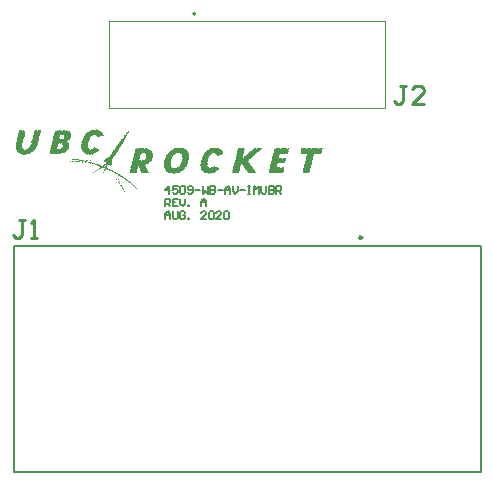
<source format=gto>
G04*
G04 #@! TF.GenerationSoftware,Altium Limited,Altium Designer,20.0.11 (256)*
G04*
G04 Layer_Color=65535*
%FSLAX25Y25*%
%MOIN*%
G70*
G01*
G75*
%ADD10C,0.00787*%
%ADD11C,0.00984*%
%ADD12C,0.00394*%
%ADD13C,0.00500*%
%ADD14C,0.01000*%
G36*
X35008Y95666D02*
X35107D01*
Y95566D01*
X35206D01*
Y95666D01*
X35306D01*
Y95566D01*
X35405D01*
Y95467D01*
X35504D01*
Y95566D01*
X35603D01*
Y95467D01*
X35703D01*
Y95368D01*
X36001D01*
Y95268D01*
X36100D01*
Y95169D01*
X36199D01*
Y95070D01*
X36299D01*
Y94971D01*
X36597D01*
Y94871D01*
X36497D01*
Y94772D01*
X36597D01*
Y94673D01*
X36696D01*
Y94573D01*
X36795D01*
Y94474D01*
X36895D01*
Y94375D01*
Y94275D01*
Y94176D01*
X36994D01*
Y94077D01*
Y93977D01*
Y93878D01*
X37093D01*
Y93779D01*
Y93679D01*
Y93580D01*
X36994D01*
Y93679D01*
X36895D01*
Y93580D01*
X36795D01*
Y93480D01*
X36696D01*
Y93580D01*
X36597D01*
Y93480D01*
X36299D01*
Y93381D01*
X36199D01*
Y93480D01*
X36100D01*
Y93381D01*
X36001D01*
Y93282D01*
X35504D01*
Y93183D01*
X35206D01*
Y93083D01*
X34908D01*
Y93183D01*
Y93282D01*
Y93381D01*
X34809D01*
Y93480D01*
X34710D01*
Y93580D01*
X34809D01*
Y93679D01*
X34511D01*
Y93779D01*
X34411D01*
Y93878D01*
X34312D01*
Y93977D01*
X34213D01*
Y93878D01*
X34113D01*
Y93977D01*
X34014D01*
Y93878D01*
X33915D01*
Y93977D01*
X33816D01*
Y93878D01*
X33518D01*
Y93779D01*
X33418D01*
Y93679D01*
X33120D01*
Y93580D01*
X33220D01*
Y93480D01*
X32922D01*
Y93381D01*
X33021D01*
Y93282D01*
X32822D01*
Y93183D01*
Y93083D01*
X32723D01*
Y92984D01*
X32624D01*
Y92885D01*
X32524D01*
Y92785D01*
Y92686D01*
Y92587D01*
X32425D01*
Y92487D01*
X32326D01*
Y92388D01*
X32425D01*
Y92289D01*
X32326D01*
Y92189D01*
X32226D01*
Y92090D01*
Y91991D01*
Y91891D01*
X32127D01*
Y91792D01*
X32226D01*
Y91693D01*
X32127D01*
Y91593D01*
X32028D01*
Y91494D01*
X32127D01*
Y91395D01*
X32028D01*
Y91295D01*
X31928D01*
Y91196D01*
X32028D01*
Y91097D01*
X31928D01*
Y90997D01*
X32028D01*
Y90898D01*
X31928D01*
Y90799D01*
X32028D01*
Y90699D01*
X31928D01*
Y90600D01*
X32028D01*
Y90501D01*
X31928D01*
Y90401D01*
X32028D01*
Y90302D01*
X31928D01*
Y90203D01*
X32028D01*
Y90103D01*
X31928D01*
Y90004D01*
X32028D01*
Y89905D01*
X31928D01*
Y89805D01*
X32028D01*
Y89706D01*
X31928D01*
Y89607D01*
X32028D01*
Y89507D01*
X32127D01*
Y89408D01*
X32226D01*
Y89309D01*
X32326D01*
Y89209D01*
X32624D01*
Y89110D01*
X32723D01*
Y89011D01*
X32822D01*
Y89110D01*
X32723D01*
Y89209D01*
X32822D01*
Y89110D01*
X32922D01*
Y89011D01*
X33021D01*
Y89110D01*
X33120D01*
Y89209D01*
X33418D01*
Y89309D01*
X33518D01*
Y89209D01*
X33617D01*
Y89309D01*
X33518D01*
Y89408D01*
X33816D01*
Y89507D01*
X33716D01*
Y89607D01*
X34014D01*
Y89706D01*
X33915D01*
Y89805D01*
X34014D01*
Y89706D01*
X34113D01*
Y89607D01*
X34213D01*
Y89706D01*
X34113D01*
Y89805D01*
X34213D01*
Y89706D01*
X34312D01*
Y89607D01*
X34411D01*
Y89507D01*
X34511D01*
Y89408D01*
X34610D01*
Y89507D01*
X34511D01*
Y89607D01*
X34610D01*
Y89507D01*
X34710D01*
Y89408D01*
X34809D01*
Y89309D01*
X34908D01*
Y89408D01*
X35008D01*
Y89309D01*
X35107D01*
Y89209D01*
X35405D01*
Y89110D01*
X35504D01*
Y89011D01*
X35603D01*
Y89110D01*
X35703D01*
Y89011D01*
X35802D01*
Y88911D01*
X35703D01*
Y88812D01*
X35603D01*
Y88713D01*
X35504D01*
Y88613D01*
X35405D01*
Y88514D01*
X35306D01*
Y88415D01*
X35206D01*
Y88315D01*
X34908D01*
Y88216D01*
X35008D01*
Y88117D01*
X34710D01*
Y88017D01*
X34610D01*
Y87918D01*
X34511D01*
Y87819D01*
X34411D01*
Y87918D01*
X34312D01*
Y87819D01*
X34411D01*
Y87719D01*
X34312D01*
Y87819D01*
X34213D01*
Y87719D01*
X33915D01*
Y87620D01*
X34014D01*
Y87521D01*
X33915D01*
Y87620D01*
X33816D01*
Y87521D01*
X33319D01*
Y87422D01*
X33418D01*
Y87322D01*
X33319D01*
Y87422D01*
X33021D01*
Y87322D01*
X32922D01*
Y87422D01*
X32822D01*
Y87322D01*
X32524D01*
Y87422D01*
X32425D01*
Y87322D01*
X32127D01*
Y87422D01*
X32028D01*
Y87322D01*
X31928D01*
Y87422D01*
X31829D01*
Y87322D01*
X31730D01*
Y87422D01*
X31630D01*
Y87521D01*
X31134D01*
Y87620D01*
X31034D01*
Y87719D01*
X30736D01*
Y87819D01*
X30637D01*
Y87918D01*
X30538D01*
Y88017D01*
X30438D01*
Y88117D01*
X30339D01*
Y88216D01*
X30240D01*
Y88315D01*
X30140D01*
Y88415D01*
Y88514D01*
Y88613D01*
X30041D01*
Y88713D01*
X29942D01*
Y88812D01*
Y88911D01*
Y89011D01*
X29842D01*
Y89110D01*
Y89209D01*
Y89309D01*
X29743D01*
Y89408D01*
X29842D01*
Y89507D01*
X29743D01*
Y89607D01*
Y89706D01*
Y89805D01*
Y89905D01*
Y90004D01*
Y90103D01*
Y90203D01*
Y90302D01*
Y90401D01*
Y90501D01*
Y90600D01*
X29842D01*
Y90699D01*
X29743D01*
Y90799D01*
X29842D01*
Y90898D01*
X29743D01*
Y90997D01*
X29842D01*
Y91097D01*
X29743D01*
Y91196D01*
X29842D01*
Y91295D01*
X29743D01*
Y91395D01*
X29942D01*
Y91494D01*
Y91593D01*
X30041D01*
Y91693D01*
X29942D01*
Y91792D01*
X30041D01*
Y91891D01*
X29942D01*
Y91991D01*
X30041D01*
Y92090D01*
X30140D01*
Y92189D01*
X30240D01*
Y92289D01*
X30140D01*
Y92388D01*
X30240D01*
Y92487D01*
X30140D01*
Y92587D01*
X30240D01*
Y92686D01*
X30339D01*
Y92785D01*
X30438D01*
Y92885D01*
X30339D01*
Y92984D01*
X30438D01*
Y93083D01*
X30538D01*
Y93183D01*
X30637D01*
Y93282D01*
X30538D01*
Y93381D01*
X30637D01*
Y93480D01*
X30736D01*
Y93580D01*
X30836D01*
Y93679D01*
Y93779D01*
X31034D01*
Y93878D01*
X30935D01*
Y93977D01*
X31034D01*
Y94077D01*
X31134D01*
Y94176D01*
X31233D01*
Y94275D01*
X31332D01*
Y94375D01*
X31432D01*
Y94474D01*
X31531D01*
Y94573D01*
X31630D01*
Y94673D01*
X31730D01*
Y94573D01*
X31829D01*
Y94673D01*
X31730D01*
Y94772D01*
X31829D01*
Y94871D01*
X31928D01*
Y94772D01*
X32028D01*
Y94871D01*
X31928D01*
Y94971D01*
X32226D01*
Y95070D01*
X32326D01*
Y95169D01*
X32624D01*
Y95268D01*
X32723D01*
Y95368D01*
X33021D01*
Y95467D01*
X33120D01*
Y95368D01*
X33220D01*
Y95467D01*
X33120D01*
Y95566D01*
X33220D01*
Y95467D01*
X33319D01*
Y95566D01*
X33617D01*
Y95666D01*
X33716D01*
Y95566D01*
X33816D01*
Y95666D01*
X33915D01*
Y95566D01*
X34014D01*
Y95666D01*
X34113D01*
Y95765D01*
X34213D01*
Y95666D01*
X34312D01*
Y95566D01*
X34411D01*
Y95666D01*
X34312D01*
Y95765D01*
X34411D01*
Y95666D01*
X34511D01*
Y95765D01*
X34610D01*
Y95666D01*
X34710D01*
Y95566D01*
X34809D01*
Y95666D01*
X34710D01*
Y95765D01*
X34809D01*
Y95666D01*
X34908D01*
Y95566D01*
X35008D01*
Y95666D01*
X34908D01*
Y95765D01*
X35008D01*
Y95666D01*
D02*
G37*
G36*
X16135Y95467D02*
X16234D01*
Y95368D01*
X16334D01*
Y95268D01*
X16234D01*
Y95169D01*
X16135D01*
Y95070D01*
Y94971D01*
Y94871D01*
X16036D01*
Y94772D01*
X16135D01*
Y94673D01*
X16036D01*
Y94573D01*
X16135D01*
Y94474D01*
X16036D01*
Y94375D01*
X15936D01*
Y94275D01*
X15837D01*
Y94176D01*
X15936D01*
Y94077D01*
X15837D01*
Y93977D01*
X15936D01*
Y93878D01*
X15837D01*
Y93779D01*
X15936D01*
Y93679D01*
X15837D01*
Y93580D01*
X15738D01*
Y93480D01*
X15837D01*
Y93381D01*
X15738D01*
Y93282D01*
X15638D01*
Y93183D01*
X15738D01*
Y93083D01*
X15638D01*
Y92984D01*
X15738D01*
Y92885D01*
X15638D01*
Y92785D01*
X15539D01*
Y92686D01*
X15638D01*
Y92587D01*
X15539D01*
Y92686D01*
X15440D01*
Y92587D01*
X15539D01*
Y92487D01*
X15440D01*
Y92388D01*
X15539D01*
Y92289D01*
X15440D01*
Y92189D01*
X15539D01*
Y92090D01*
X15440D01*
Y91991D01*
Y91891D01*
Y91792D01*
X15340D01*
Y91693D01*
X15241D01*
Y91593D01*
X15340D01*
Y91494D01*
X15241D01*
Y91395D01*
X15340D01*
Y91295D01*
X15241D01*
Y91196D01*
X15142D01*
Y91097D01*
Y90997D01*
Y90898D01*
Y90799D01*
Y90699D01*
X15042D01*
Y90600D01*
Y90501D01*
Y90401D01*
X14943D01*
Y90302D01*
X14844D01*
Y90203D01*
X14943D01*
Y90103D01*
X14844D01*
Y90004D01*
X14744D01*
Y89905D01*
X14645D01*
Y89805D01*
X14744D01*
Y89706D01*
X14645D01*
Y89607D01*
X14546D01*
Y89507D01*
X14446D01*
Y89408D01*
X14546D01*
Y89309D01*
X14347D01*
Y89209D01*
Y89110D01*
X14248D01*
Y89011D01*
X14148D01*
Y88911D01*
X14049D01*
Y88812D01*
X13950D01*
Y88713D01*
X13850D01*
Y88613D01*
X13751D01*
Y88514D01*
X13652D01*
Y88415D01*
X13552D01*
Y88315D01*
X13453D01*
Y88216D01*
X13354D01*
Y88117D01*
X13056D01*
Y88017D01*
X12957D01*
Y87918D01*
X12857D01*
Y87819D01*
X12758D01*
Y87918D01*
X12659D01*
Y87819D01*
X12758D01*
Y87719D01*
X12659D01*
Y87819D01*
X12559D01*
Y87719D01*
X12460D01*
Y87620D01*
X12360D01*
Y87719D01*
X12261D01*
Y87620D01*
X12162D01*
Y87521D01*
X12062D01*
Y87620D01*
X11963D01*
Y87521D01*
X11665D01*
Y87422D01*
X11566D01*
Y87521D01*
X11467D01*
Y87422D01*
X11566D01*
Y87322D01*
X11467D01*
Y87422D01*
X11367D01*
Y87322D01*
X11268D01*
Y87422D01*
X11169D01*
Y87322D01*
X11069D01*
Y87422D01*
X10970D01*
Y87322D01*
X10672D01*
Y87422D01*
X10573D01*
Y87322D01*
X10275D01*
Y87422D01*
X10175D01*
Y87322D01*
X10076D01*
Y87422D01*
X9977D01*
Y87521D01*
X9877D01*
Y87422D01*
X9977D01*
Y87322D01*
X9877D01*
Y87422D01*
X9778D01*
Y87521D01*
X9281D01*
Y87620D01*
X9182D01*
Y87719D01*
X8884D01*
Y87819D01*
X8785D01*
Y87918D01*
X8685D01*
Y88017D01*
X8586D01*
Y88117D01*
X8487D01*
Y88216D01*
X8387D01*
Y88315D01*
X8288D01*
Y88415D01*
X8189D01*
Y88514D01*
X8089D01*
Y88613D01*
X8189D01*
Y88713D01*
X8089D01*
Y88812D01*
X7990D01*
Y88911D01*
X7891D01*
Y89011D01*
X7990D01*
Y89110D01*
X7891D01*
Y89209D01*
X7990D01*
Y89309D01*
X7891D01*
Y89408D01*
X7990D01*
Y89507D01*
X7891D01*
Y89607D01*
X7791D01*
Y89706D01*
X7891D01*
Y89805D01*
X7791D01*
Y89905D01*
X7891D01*
Y90004D01*
X7791D01*
Y90103D01*
X7891D01*
Y90203D01*
X7791D01*
Y90302D01*
X7891D01*
Y90401D01*
X7791D01*
Y90501D01*
X7891D01*
Y90600D01*
X7990D01*
Y90699D01*
X7891D01*
Y90799D01*
X7990D01*
Y90898D01*
X7891D01*
Y90997D01*
X7990D01*
Y91097D01*
X7891D01*
Y91196D01*
X7990D01*
Y91295D01*
X7891D01*
Y91395D01*
X7990D01*
Y91494D01*
X8089D01*
Y91593D01*
X8189D01*
Y91693D01*
X8089D01*
Y91792D01*
X8189D01*
Y91891D01*
X8089D01*
Y91991D01*
X8189D01*
Y92090D01*
Y92189D01*
Y92289D01*
X8288D01*
Y92189D01*
X8387D01*
Y92289D01*
X8288D01*
Y92388D01*
Y92487D01*
Y92587D01*
X8387D01*
Y92686D01*
X8288D01*
Y92785D01*
X8387D01*
Y92885D01*
X8288D01*
Y92984D01*
X8387D01*
Y93083D01*
X8487D01*
Y93183D01*
Y93282D01*
Y93381D01*
X8586D01*
Y93480D01*
X8487D01*
Y93580D01*
X8586D01*
Y93679D01*
Y93779D01*
Y93878D01*
X8685D01*
Y93977D01*
Y94077D01*
Y94176D01*
X8785D01*
Y94275D01*
X8685D01*
Y94375D01*
X8785D01*
Y94474D01*
Y94573D01*
Y94673D01*
X8884D01*
Y94772D01*
Y94871D01*
Y94971D01*
X8983D01*
Y95070D01*
X8884D01*
Y95169D01*
X8983D01*
Y95268D01*
Y95368D01*
Y95467D01*
X9083D01*
Y95368D01*
X9182D01*
Y95467D01*
X9083D01*
Y95566D01*
X9182D01*
Y95467D01*
X9281D01*
Y95368D01*
X9381D01*
Y95467D01*
X9281D01*
Y95566D01*
X9381D01*
Y95467D01*
X9480D01*
Y95368D01*
X9579D01*
Y95467D01*
X9480D01*
Y95566D01*
X9579D01*
Y95467D01*
X9679D01*
Y95566D01*
X9778D01*
Y95467D01*
X9877D01*
Y95368D01*
X9977D01*
Y95467D01*
X9877D01*
Y95566D01*
X9977D01*
Y95467D01*
X10076D01*
Y95368D01*
X10175D01*
Y95467D01*
X10076D01*
Y95566D01*
X10175D01*
Y95467D01*
X10275D01*
Y95368D01*
X10374D01*
Y95467D01*
X10275D01*
Y95566D01*
X10374D01*
Y95467D01*
X10473D01*
Y95566D01*
X10573D01*
Y95467D01*
X10672D01*
Y95368D01*
X10771D01*
Y95467D01*
X10672D01*
Y95566D01*
X10771D01*
Y95467D01*
X10871D01*
Y95368D01*
X10970D01*
Y95467D01*
X10871D01*
Y95566D01*
X10970D01*
Y95467D01*
X11069D01*
Y95368D01*
X11169D01*
Y95268D01*
X11069D01*
Y95169D01*
X11169D01*
Y95070D01*
X11069D01*
Y94971D01*
X11169D01*
Y94871D01*
X11069D01*
Y94772D01*
X10970D01*
Y94673D01*
X11069D01*
Y94573D01*
X10970D01*
Y94474D01*
X10871D01*
Y94375D01*
X10970D01*
Y94275D01*
X10871D01*
Y94176D01*
X10970D01*
Y94077D01*
X10871D01*
Y93977D01*
X10771D01*
Y93878D01*
X10672D01*
Y93779D01*
X10771D01*
Y93679D01*
X10672D01*
Y93580D01*
X10771D01*
Y93480D01*
X10672D01*
Y93381D01*
X10771D01*
Y93282D01*
X10672D01*
Y93183D01*
Y93083D01*
Y92984D01*
X10573D01*
Y92885D01*
X10473D01*
Y92785D01*
X10573D01*
Y92686D01*
X10473D01*
Y92587D01*
X10573D01*
Y92487D01*
X10473D01*
Y92388D01*
X10374D01*
Y92289D01*
Y92189D01*
Y92090D01*
Y91991D01*
Y91891D01*
X10275D01*
Y91792D01*
X10374D01*
Y91693D01*
X10275D01*
Y91593D01*
Y91494D01*
Y91395D01*
X10175D01*
Y91295D01*
X10076D01*
Y91196D01*
X10175D01*
Y91097D01*
X10076D01*
Y90997D01*
X10175D01*
Y90898D01*
X10076D01*
Y90799D01*
Y90699D01*
Y90600D01*
Y90501D01*
Y90401D01*
X9977D01*
Y90302D01*
Y90203D01*
Y90103D01*
X10076D01*
Y90004D01*
X9977D01*
Y89905D01*
X10076D01*
Y89805D01*
Y89706D01*
Y89607D01*
X10175D01*
Y89507D01*
X10076D01*
Y89408D01*
X10175D01*
Y89309D01*
X10275D01*
Y89209D01*
X10374D01*
Y89309D01*
X10275D01*
Y89408D01*
X10374D01*
Y89309D01*
X10473D01*
Y89209D01*
X10573D01*
Y89110D01*
X10672D01*
Y89011D01*
X10771D01*
Y89110D01*
X10672D01*
Y89209D01*
X10771D01*
Y89110D01*
X10871D01*
Y89011D01*
X10970D01*
Y89110D01*
X10871D01*
Y89209D01*
X10970D01*
Y89110D01*
X11069D01*
Y89011D01*
X11169D01*
Y89110D01*
X11268D01*
Y89209D01*
X11367D01*
Y89110D01*
X11467D01*
Y89011D01*
X11566D01*
Y89110D01*
X11467D01*
Y89209D01*
X11566D01*
Y89110D01*
X11665D01*
Y89209D01*
X11963D01*
Y89309D01*
X11864D01*
Y89408D01*
X11963D01*
Y89309D01*
X12062D01*
Y89408D01*
X12162D01*
Y89507D01*
X12261D01*
Y89607D01*
X12360D01*
Y89706D01*
X12261D01*
Y89805D01*
X12360D01*
Y89706D01*
X12460D01*
Y89805D01*
X12559D01*
Y89905D01*
X12460D01*
Y90004D01*
X12559D01*
Y90103D01*
X12659D01*
Y90203D01*
X12758D01*
Y90302D01*
X12659D01*
Y90401D01*
X12758D01*
Y90501D01*
X12857D01*
Y90600D01*
X12957D01*
Y90699D01*
X12857D01*
Y90799D01*
X12957D01*
Y90898D01*
Y90997D01*
Y91097D01*
X13056D01*
Y90997D01*
X13155D01*
Y91097D01*
X13056D01*
Y91196D01*
Y91295D01*
Y91395D01*
X13155D01*
Y91494D01*
X13056D01*
Y91593D01*
X13155D01*
Y91693D01*
X13056D01*
Y91792D01*
X13155D01*
Y91891D01*
X13254D01*
Y91991D01*
Y92090D01*
Y92189D01*
X13354D01*
Y92289D01*
X13254D01*
Y92388D01*
X13354D01*
Y92487D01*
Y92587D01*
Y92686D01*
X13453D01*
Y92785D01*
Y92885D01*
Y92984D01*
X13552D01*
Y93083D01*
X13453D01*
Y93183D01*
X13552D01*
Y93282D01*
X13453D01*
Y93381D01*
X13552D01*
Y93480D01*
X13652D01*
Y93580D01*
Y93679D01*
Y93779D01*
X13751D01*
Y93878D01*
X13652D01*
Y93977D01*
X13751D01*
Y94077D01*
Y94176D01*
Y94275D01*
X13850D01*
Y94375D01*
Y94474D01*
Y94573D01*
X13950D01*
Y94673D01*
X13850D01*
Y94772D01*
X13950D01*
Y94871D01*
X13850D01*
Y94971D01*
X13950D01*
Y95070D01*
X14049D01*
Y95169D01*
X13950D01*
Y95268D01*
X14049D01*
Y95368D01*
X14148D01*
Y95467D01*
X14049D01*
Y95566D01*
X14148D01*
Y95467D01*
X14248D01*
Y95368D01*
X14347D01*
Y95467D01*
X14248D01*
Y95566D01*
X14347D01*
Y95467D01*
X14446D01*
Y95566D01*
X14546D01*
Y95467D01*
X14645D01*
Y95368D01*
X14744D01*
Y95467D01*
X14645D01*
Y95566D01*
X14744D01*
Y95467D01*
X14844D01*
Y95368D01*
X14943D01*
Y95467D01*
X14844D01*
Y95566D01*
X14943D01*
Y95467D01*
X15042D01*
Y95368D01*
X15142D01*
Y95467D01*
X15042D01*
Y95566D01*
X15142D01*
Y95467D01*
X15241D01*
Y95566D01*
X15340D01*
Y95467D01*
X15440D01*
Y95368D01*
X15539D01*
Y95467D01*
X15440D01*
Y95566D01*
X15539D01*
Y95467D01*
X15638D01*
Y95368D01*
X15738D01*
Y95467D01*
X15638D01*
Y95566D01*
X15738D01*
Y95467D01*
X15837D01*
Y95368D01*
X15936D01*
Y95467D01*
X15837D01*
Y95566D01*
X15936D01*
Y95467D01*
X16036D01*
Y95566D01*
X16135D01*
Y95467D01*
D02*
G37*
G36*
X24479D02*
X24578D01*
Y95368D01*
X24677D01*
Y95467D01*
X24777D01*
Y95368D01*
X25273D01*
Y95268D01*
X25373D01*
Y95169D01*
X25671D01*
Y95070D01*
X25770D01*
Y94971D01*
X25869D01*
Y94871D01*
X25969D01*
Y94772D01*
X26068D01*
Y94673D01*
Y94573D01*
X26267D01*
Y94474D01*
X26167D01*
Y94375D01*
X26267D01*
Y94275D01*
X26167D01*
Y94176D01*
X26366D01*
Y94077D01*
Y93977D01*
Y93878D01*
Y93779D01*
Y93679D01*
Y93580D01*
Y93480D01*
Y93381D01*
Y93282D01*
Y93183D01*
X26267D01*
Y93083D01*
X26167D01*
Y92984D01*
X26267D01*
Y92885D01*
X26167D01*
Y92785D01*
X26068D01*
Y92686D01*
X25969D01*
Y92587D01*
X26068D01*
Y92487D01*
X25969D01*
Y92388D01*
X25869D01*
Y92289D01*
X25770D01*
Y92189D01*
X25671D01*
Y92090D01*
X25373D01*
Y91991D01*
X25273D01*
Y91891D01*
X24975D01*
Y91792D01*
X24876D01*
Y91693D01*
X24777D01*
Y91593D01*
X25075D01*
Y91494D01*
X25174D01*
Y91395D01*
X25273D01*
Y91295D01*
X25373D01*
Y91196D01*
X25472D01*
Y91097D01*
X25571D01*
Y90997D01*
X25671D01*
Y90898D01*
X25571D01*
Y90799D01*
X25671D01*
Y90699D01*
X25770D01*
Y90600D01*
X25869D01*
Y90501D01*
X25770D01*
Y90600D01*
X25671D01*
Y90501D01*
X25770D01*
Y90401D01*
X25671D01*
Y90302D01*
X25770D01*
Y90203D01*
X25671D01*
Y90103D01*
X25571D01*
Y90004D01*
X25671D01*
Y89905D01*
X25571D01*
Y89805D01*
X25671D01*
Y89706D01*
X25571D01*
Y89607D01*
X25472D01*
Y89507D01*
X25373D01*
Y89408D01*
X25472D01*
Y89309D01*
X25373D01*
Y89209D01*
X25273D01*
Y89110D01*
X25174D01*
Y89011D01*
X25273D01*
Y88911D01*
X25174D01*
Y88812D01*
X25075D01*
Y88713D01*
X24975D01*
Y88613D01*
X24876D01*
Y88514D01*
X24777D01*
Y88415D01*
X24677D01*
Y88315D01*
X24379D01*
Y88216D01*
X24280D01*
Y88117D01*
X24181D01*
Y88017D01*
X24081D01*
Y88117D01*
X23982D01*
Y88017D01*
X24081D01*
Y87918D01*
X23982D01*
Y88017D01*
X23883D01*
Y87918D01*
X23783D01*
Y87819D01*
X23684D01*
Y87918D01*
X23585D01*
Y87819D01*
X23684D01*
Y87719D01*
X23585D01*
Y87819D01*
X23485D01*
Y87719D01*
X23187D01*
Y87620D01*
X23088D01*
Y87719D01*
X22989D01*
Y87620D01*
X22889D01*
Y87719D01*
X22790D01*
Y87620D01*
X22889D01*
Y87521D01*
X22790D01*
Y87620D01*
X22691D01*
Y87521D01*
X22591D01*
Y87620D01*
X22492D01*
Y87521D01*
X22393D01*
Y87620D01*
X22293D01*
Y87521D01*
X22194D01*
Y87620D01*
X22095D01*
Y87521D01*
X21995D01*
Y87620D01*
X21896D01*
Y87521D01*
X21598D01*
Y87620D01*
X21499D01*
Y87521D01*
X21201D01*
Y87620D01*
X21101D01*
Y87521D01*
X20804D01*
Y87620D01*
X20704D01*
Y87521D01*
X20605D01*
Y87620D01*
X20505D01*
Y87521D01*
X20406D01*
Y87620D01*
X20307D01*
Y87521D01*
X20009D01*
Y87620D01*
X19909D01*
Y87521D01*
X19612D01*
Y87620D01*
X19512D01*
Y87521D01*
X19214D01*
Y87620D01*
X19115D01*
Y87719D01*
X19015D01*
Y87819D01*
X19115D01*
Y87918D01*
X19214D01*
Y88017D01*
X19115D01*
Y88117D01*
X19214D01*
Y88216D01*
X19313D01*
Y88315D01*
X19214D01*
Y88415D01*
X19313D01*
Y88514D01*
X19214D01*
Y88613D01*
X19313D01*
Y88713D01*
Y88812D01*
Y88911D01*
X19413D01*
Y89011D01*
X19512D01*
Y89110D01*
X19413D01*
Y89209D01*
X19512D01*
Y89309D01*
X19413D01*
Y89408D01*
X19512D01*
Y89507D01*
Y89607D01*
Y89706D01*
X19612D01*
Y89805D01*
Y89905D01*
Y90004D01*
X19711D01*
Y90103D01*
X19612D01*
Y90203D01*
X19711D01*
Y90302D01*
Y90401D01*
Y90501D01*
X19810D01*
Y90600D01*
Y90699D01*
Y90799D01*
X19909D01*
Y90898D01*
X19810D01*
Y90997D01*
X19909D01*
Y91097D01*
Y91196D01*
Y91295D01*
X20009D01*
Y91395D01*
Y91494D01*
Y91593D01*
X20108D01*
Y91693D01*
X20009D01*
Y91792D01*
X20108D01*
Y91891D01*
Y91991D01*
Y92090D01*
X20208D01*
Y92189D01*
X20307D01*
Y92289D01*
X20208D01*
Y92388D01*
X20307D01*
Y92487D01*
X20208D01*
Y92587D01*
X20307D01*
Y92686D01*
Y92785D01*
Y92885D01*
X20208D01*
Y92984D01*
X20307D01*
Y92885D01*
X20406D01*
Y92984D01*
Y93083D01*
Y93183D01*
X20505D01*
Y93282D01*
X20406D01*
Y93381D01*
X20505D01*
Y93480D01*
X20406D01*
Y93580D01*
X20505D01*
Y93679D01*
X20605D01*
Y93779D01*
X20505D01*
Y93878D01*
X20605D01*
Y93977D01*
X20704D01*
Y94077D01*
X20605D01*
Y94176D01*
X20704D01*
Y94275D01*
X20605D01*
Y94375D01*
X20704D01*
Y94474D01*
X20605D01*
Y94573D01*
X20704D01*
Y94673D01*
X20804D01*
Y94772D01*
X20903D01*
Y94871D01*
X20804D01*
Y94971D01*
X20903D01*
Y95070D01*
X20804D01*
Y95169D01*
X20903D01*
Y95268D01*
Y95368D01*
Y95467D01*
X21002D01*
Y95368D01*
X21101D01*
Y95467D01*
X21002D01*
Y95566D01*
X21101D01*
Y95467D01*
X21201D01*
Y95368D01*
X21300D01*
Y95467D01*
X21201D01*
Y95566D01*
X21300D01*
Y95467D01*
X21399D01*
Y95368D01*
X21499D01*
Y95467D01*
X21399D01*
Y95566D01*
X21499D01*
Y95467D01*
X21598D01*
Y95566D01*
X21697D01*
Y95467D01*
X21797D01*
Y95368D01*
X21896D01*
Y95467D01*
X21797D01*
Y95566D01*
X21896D01*
Y95467D01*
X21995D01*
Y95368D01*
X22095D01*
Y95467D01*
X21995D01*
Y95566D01*
X22095D01*
Y95467D01*
X22194D01*
Y95368D01*
X22293D01*
Y95467D01*
X22194D01*
Y95566D01*
X22293D01*
Y95467D01*
X22393D01*
Y95566D01*
X22492D01*
Y95467D01*
X22591D01*
Y95368D01*
X22691D01*
Y95467D01*
X22591D01*
Y95566D01*
X22691D01*
Y95467D01*
X22790D01*
Y95368D01*
X22889D01*
Y95467D01*
X22790D01*
Y95566D01*
X22889D01*
Y95467D01*
X22989D01*
Y95368D01*
X23088D01*
Y95467D01*
X22989D01*
Y95566D01*
X23088D01*
Y95467D01*
X23187D01*
Y95566D01*
X23287D01*
Y95467D01*
X23386D01*
Y95368D01*
X23485D01*
Y95467D01*
X23386D01*
Y95566D01*
X23485D01*
Y95467D01*
X23585D01*
Y95368D01*
X23684D01*
Y95467D01*
X23585D01*
Y95566D01*
X23684D01*
Y95467D01*
X23783D01*
Y95368D01*
X23883D01*
Y95467D01*
X23783D01*
Y95566D01*
X23883D01*
Y95467D01*
X23982D01*
Y95566D01*
X24081D01*
Y95467D01*
X24181D01*
Y95368D01*
X24280D01*
Y95467D01*
X24181D01*
Y95566D01*
X24280D01*
Y95467D01*
X24379D01*
Y95368D01*
X24479D01*
Y95467D01*
X24379D01*
Y95566D01*
X24479D01*
Y95467D01*
D02*
G37*
G36*
X45636Y95368D02*
X45735D01*
Y95268D01*
X45636D01*
Y95169D01*
X45735D01*
Y95070D01*
X45636D01*
Y94971D01*
X45536D01*
Y94871D01*
X45437D01*
Y94772D01*
X45536D01*
Y94673D01*
X45437D01*
Y94573D01*
X45338D01*
Y94474D01*
X45238D01*
Y94375D01*
Y94275D01*
Y94176D01*
X45139D01*
Y94077D01*
X45040D01*
Y93977D01*
X45139D01*
Y93878D01*
X44841D01*
Y93779D01*
X44940D01*
Y93679D01*
X44841D01*
Y93580D01*
X44742D01*
Y93480D01*
Y93381D01*
Y93282D01*
X44642D01*
Y93183D01*
X44543D01*
Y93083D01*
X44444D01*
Y92984D01*
X44543D01*
Y92885D01*
X44444D01*
Y92785D01*
X44344D01*
Y92686D01*
X44245D01*
Y92587D01*
X44344D01*
Y92487D01*
X44245D01*
Y92388D01*
X44146D01*
Y92289D01*
X44046D01*
Y92189D01*
X44146D01*
Y92090D01*
X43947D01*
Y91991D01*
Y91891D01*
X43848D01*
Y91792D01*
Y91693D01*
X43749D01*
Y91593D01*
Y91494D01*
X43649D01*
Y91395D01*
X43550D01*
Y91295D01*
X43450D01*
Y91196D01*
X43550D01*
Y91097D01*
X43450D01*
Y90997D01*
X43351D01*
Y90898D01*
X43252D01*
Y90799D01*
Y90699D01*
X43152D01*
Y90600D01*
Y90501D01*
X43053D01*
Y90401D01*
X42954D01*
Y90302D01*
X42854D01*
Y90203D01*
X42954D01*
Y90103D01*
X42854D01*
Y90004D01*
X42755D01*
Y89905D01*
X42656D01*
Y89805D01*
Y89706D01*
X42557D01*
Y89607D01*
Y89507D01*
X42457D01*
Y89408D01*
X42358D01*
Y89309D01*
X42259D01*
Y89209D01*
X42358D01*
Y89110D01*
X42159D01*
Y89011D01*
Y88911D01*
X42060D01*
Y88812D01*
X41960D01*
Y88713D01*
X41861D01*
Y88613D01*
X41960D01*
Y88514D01*
X41861D01*
Y88415D01*
X41762D01*
Y88315D01*
X41662D01*
Y88216D01*
X41762D01*
Y88117D01*
X41662D01*
Y88216D01*
X41563D01*
Y88117D01*
X41464D01*
Y88017D01*
X41563D01*
Y87918D01*
X41464D01*
Y87819D01*
X41365D01*
Y87918D01*
X41265D01*
Y87819D01*
X41365D01*
Y87719D01*
X41265D01*
Y87620D01*
X41166D01*
Y87521D01*
X41067D01*
Y87422D01*
X41166D01*
Y87322D01*
X41067D01*
Y87223D01*
X40967D01*
Y87124D01*
X40868D01*
Y87024D01*
Y86925D01*
X40669D01*
Y86826D01*
X40769D01*
Y86726D01*
X40669D01*
Y86627D01*
X40570D01*
Y86528D01*
X40471D01*
Y86428D01*
X40371D01*
Y86329D01*
X40272D01*
Y86229D01*
X40371D01*
Y86130D01*
X40272D01*
Y86031D01*
X40173D01*
Y85931D01*
X40073D01*
Y85832D01*
X40173D01*
Y85733D01*
X40073D01*
Y85832D01*
X39974D01*
Y85733D01*
X39875D01*
Y85634D01*
X39974D01*
Y85534D01*
X39875D01*
Y85435D01*
X39974D01*
Y85336D01*
X39875D01*
Y85236D01*
X39974D01*
Y85137D01*
X39875D01*
Y85038D01*
X39974D01*
Y84938D01*
X39875D01*
Y84839D01*
X39974D01*
Y84740D01*
X39875D01*
Y84640D01*
X39974D01*
Y84541D01*
X39875D01*
Y84442D01*
X39974D01*
Y84342D01*
X39875D01*
Y84442D01*
X39775D01*
Y84342D01*
X39875D01*
Y84243D01*
X39775D01*
Y84144D01*
X39676D01*
Y84044D01*
X39775D01*
Y83945D01*
X39676D01*
Y83846D01*
X39577D01*
Y83746D01*
X39477D01*
Y83647D01*
X39577D01*
Y83548D01*
X39477D01*
Y83448D01*
X39378D01*
Y83548D01*
X39279D01*
Y83647D01*
X39179D01*
Y83746D01*
X39080D01*
Y83846D01*
X39179D01*
Y83945D01*
X39080D01*
Y84044D01*
X38981D01*
Y84144D01*
X38683D01*
Y84044D01*
X38782D01*
Y83945D01*
X38484D01*
Y83846D01*
X38385D01*
Y83746D01*
X38285D01*
Y83647D01*
X38385D01*
Y83548D01*
X38285D01*
Y83448D01*
X38186D01*
Y83349D01*
X38087D01*
Y83250D01*
X38186D01*
Y83150D01*
X38087D01*
Y83051D01*
X38186D01*
Y82952D01*
X38285D01*
Y82852D01*
X38583D01*
Y82753D01*
X38683D01*
Y82654D01*
X38981D01*
Y82554D01*
X39080D01*
Y82455D01*
X39378D01*
Y82356D01*
X39477D01*
Y82256D01*
X39775D01*
Y82157D01*
X39875D01*
Y82058D01*
X40173D01*
Y81958D01*
X40272D01*
Y81859D01*
X40669D01*
Y81760D01*
Y81660D01*
X40967D01*
Y81561D01*
X41067D01*
Y81462D01*
X41166D01*
Y81362D01*
X41265D01*
Y81462D01*
X41365D01*
Y81362D01*
X41464D01*
Y81263D01*
X41563D01*
Y81164D01*
X41662D01*
Y81064D01*
X41960D01*
Y80965D01*
X42060D01*
Y80866D01*
X42358D01*
Y80766D01*
X42457D01*
Y80667D01*
X42557D01*
Y80568D01*
X42656D01*
Y80468D01*
X42954D01*
Y80369D01*
X43053D01*
Y80270D01*
X43152D01*
Y80171D01*
X43252D01*
Y80071D01*
X43351D01*
Y80171D01*
X43252D01*
Y80270D01*
X43351D01*
Y80171D01*
X43450D01*
Y80071D01*
X43550D01*
Y79972D01*
X43649D01*
Y79873D01*
X43947D01*
Y79773D01*
X44046D01*
Y79674D01*
X44146D01*
Y79575D01*
X44245D01*
Y79475D01*
X44344D01*
Y79376D01*
X44444D01*
Y79277D01*
X44742D01*
Y79177D01*
X44841D01*
Y79078D01*
X44940D01*
Y78979D01*
X45040D01*
Y78879D01*
X45139D01*
Y78780D01*
X45238D01*
Y78680D01*
X45536D01*
Y78581D01*
X45636D01*
Y78482D01*
X45735D01*
Y78382D01*
X45834D01*
Y78283D01*
X45934D01*
Y78184D01*
X46033D01*
Y78085D01*
X46132D01*
Y77985D01*
X46232D01*
Y77886D01*
X46530D01*
Y77787D01*
X46629D01*
Y77687D01*
X46728D01*
Y77588D01*
X46828D01*
Y77489D01*
X46927D01*
Y77389D01*
X47026D01*
Y77290D01*
X47126D01*
Y77191D01*
X47225D01*
Y77091D01*
X47324D01*
Y76992D01*
X47424D01*
Y76893D01*
X47523D01*
Y76793D01*
X47622D01*
Y76694D01*
X47722D01*
Y76595D01*
X47821D01*
Y76495D01*
X47920D01*
Y76396D01*
X48020D01*
Y76297D01*
X48119D01*
Y76197D01*
X48218D01*
Y76098D01*
X48318D01*
Y75999D01*
X48417D01*
Y75899D01*
X48516D01*
Y75800D01*
X48616D01*
Y75701D01*
X48715D01*
Y75601D01*
X48814D01*
Y75502D01*
X48913D01*
Y75403D01*
X49013D01*
Y75303D01*
X49112D01*
Y75204D01*
X49211D01*
Y75105D01*
X49311D01*
Y75005D01*
X49410D01*
Y74906D01*
X49510D01*
Y74807D01*
X49410D01*
Y74906D01*
X49311D01*
Y75005D01*
X49211D01*
Y75105D01*
X49112D01*
Y75204D01*
X49013D01*
Y75303D01*
X48913D01*
Y75403D01*
X48616D01*
Y75502D01*
X48715D01*
Y75601D01*
X48417D01*
Y75701D01*
Y75800D01*
X48218D01*
Y75899D01*
Y75999D01*
X48020D01*
Y76098D01*
X47920D01*
Y76197D01*
X47821D01*
Y76297D01*
X47722D01*
Y76396D01*
X47622D01*
Y76495D01*
X47523D01*
Y76595D01*
X47424D01*
Y76694D01*
X47324D01*
Y76793D01*
X47225D01*
Y76893D01*
X47126D01*
Y76992D01*
X46828D01*
Y77091D01*
X46927D01*
Y77191D01*
X46629D01*
Y77290D01*
X46530D01*
Y77389D01*
X46430D01*
Y77489D01*
X46331D01*
Y77588D01*
X46232D01*
Y77687D01*
X46132D01*
Y77787D01*
X46033D01*
Y77886D01*
X45934D01*
Y77985D01*
X45636D01*
Y78085D01*
X45536D01*
Y78184D01*
X45437D01*
Y78283D01*
X45338D01*
Y78382D01*
X45238D01*
Y78482D01*
X45139D01*
Y78581D01*
X45040D01*
Y78482D01*
X45139D01*
Y78382D01*
X45040D01*
Y78482D01*
X44940D01*
Y78581D01*
X44841D01*
Y78680D01*
X44742D01*
Y78780D01*
X44642D01*
Y78879D01*
X44543D01*
Y78979D01*
X44245D01*
Y79078D01*
X44146D01*
Y79177D01*
X44046D01*
Y79277D01*
X43947D01*
Y79376D01*
X43649D01*
Y79475D01*
X43550D01*
Y79575D01*
X43450D01*
Y79674D01*
X43351D01*
Y79773D01*
X43053D01*
Y79873D01*
X42954D01*
Y79972D01*
X42854D01*
Y80071D01*
X42755D01*
Y80171D01*
X42656D01*
Y80071D01*
X42755D01*
Y79972D01*
X42656D01*
Y80071D01*
X42557D01*
Y80171D01*
X42457D01*
Y80270D01*
X42358D01*
Y80369D01*
X42060D01*
Y80468D01*
X41960D01*
Y80568D01*
X41861D01*
Y80667D01*
X41762D01*
Y80766D01*
X41464D01*
Y80866D01*
X41365D01*
Y80965D01*
X41067D01*
Y80866D01*
X41166D01*
Y80766D01*
X41265D01*
Y80667D01*
X41365D01*
Y80568D01*
X41265D01*
Y80667D01*
X41166D01*
Y80766D01*
X41067D01*
Y80866D01*
X40967D01*
Y80965D01*
X40868D01*
Y81064D01*
X40967D01*
Y81164D01*
X40669D01*
Y81263D01*
X40570D01*
Y81362D01*
X40471D01*
Y81462D01*
X40371D01*
Y81362D01*
X40272D01*
Y81462D01*
X40173D01*
Y81561D01*
X40073D01*
Y81660D01*
X39974D01*
Y81760D01*
X39875D01*
Y81660D01*
X39974D01*
Y81561D01*
X39875D01*
Y81660D01*
X39775D01*
Y81760D01*
X39676D01*
Y81859D01*
X39577D01*
Y81760D01*
X39477D01*
Y81859D01*
X39378D01*
Y81958D01*
X39080D01*
Y82058D01*
X38981D01*
Y82157D01*
X38683D01*
Y82256D01*
X38583D01*
Y82356D01*
X38285D01*
Y82455D01*
X38186D01*
Y82554D01*
X37689D01*
Y82455D01*
X37789D01*
Y82356D01*
X37689D01*
Y82256D01*
X37590D01*
Y82157D01*
X37491D01*
Y82058D01*
X37590D01*
Y81958D01*
X37491D01*
Y81859D01*
X37391D01*
Y81760D01*
X37292D01*
Y81660D01*
Y81561D01*
Y81462D01*
X37193D01*
Y81362D01*
X37093D01*
Y81263D01*
X37193D01*
Y81164D01*
X37093D01*
Y81064D01*
X36994D01*
Y81164D01*
X36895D01*
Y81263D01*
X36994D01*
Y81362D01*
Y81462D01*
X37093D01*
Y81561D01*
Y81660D01*
X37193D01*
Y81760D01*
X37093D01*
Y81859D01*
X37193D01*
Y81958D01*
X37292D01*
Y82058D01*
Y82157D01*
Y82256D01*
X37391D01*
Y82356D01*
Y82455D01*
Y82554D01*
X37491D01*
Y82654D01*
X37590D01*
Y82753D01*
X37491D01*
Y82852D01*
X37391D01*
Y82753D01*
X37292D01*
Y82852D01*
X37193D01*
Y82952D01*
X36895D01*
Y83051D01*
X36795D01*
Y83150D01*
X36696D01*
Y83051D01*
X36795D01*
Y82952D01*
X36696D01*
Y83051D01*
X36597D01*
Y83150D01*
X36497D01*
Y83051D01*
X36597D01*
Y82952D01*
X36299D01*
Y82852D01*
X36398D01*
Y82753D01*
X36299D01*
Y82852D01*
X36199D01*
Y82753D01*
X36100D01*
Y82654D01*
X36001D01*
Y82554D01*
X35703D01*
Y82455D01*
X35603D01*
Y82356D01*
X35504D01*
Y82256D01*
X35405D01*
Y82157D01*
X35107D01*
Y82058D01*
X35008D01*
Y81958D01*
X34908D01*
Y81859D01*
X34809D01*
Y81958D01*
X34710D01*
Y82058D01*
X34809D01*
Y82157D01*
X34908D01*
Y82256D01*
X35008D01*
Y82356D01*
X35107D01*
Y82455D01*
X35405D01*
Y82554D01*
X35306D01*
Y82654D01*
X35603D01*
Y82753D01*
X35703D01*
Y82852D01*
X35802D01*
Y82952D01*
X35901D01*
Y82852D01*
X36001D01*
Y82952D01*
X35901D01*
Y83051D01*
X36199D01*
Y83150D01*
X36299D01*
Y83250D01*
X36199D01*
Y83349D01*
X35901D01*
Y83448D01*
X35802D01*
Y83548D01*
X35703D01*
Y83448D01*
X35802D01*
Y83349D01*
X35703D01*
Y83448D01*
X35603D01*
Y83548D01*
X35504D01*
Y83647D01*
X35405D01*
Y83548D01*
X35306D01*
Y83647D01*
X35206D01*
Y83746D01*
X35107D01*
Y83647D01*
X35008D01*
Y83746D01*
X34908D01*
Y83846D01*
X34809D01*
Y83746D01*
X34710D01*
Y83846D01*
X34610D01*
Y83945D01*
X34312D01*
Y84044D01*
X34014D01*
Y84144D01*
X33716D01*
Y84243D01*
X33617D01*
Y84144D01*
X33518D01*
Y84243D01*
X33418D01*
Y84342D01*
X33120D01*
Y84442D01*
X33021D01*
Y84342D01*
X32922D01*
Y84442D01*
X32822D01*
Y84541D01*
X32723D01*
Y84442D01*
X32822D01*
Y84342D01*
X32723D01*
Y84442D01*
X32624D01*
Y84541D01*
X32127D01*
Y84640D01*
X32028D01*
Y84740D01*
X31928D01*
Y84640D01*
X32028D01*
Y84541D01*
X31928D01*
Y84640D01*
X31829D01*
Y84740D01*
X31730D01*
Y84640D01*
X31829D01*
Y84541D01*
X31730D01*
Y84640D01*
X31630D01*
Y84740D01*
X31531D01*
Y84839D01*
X31432D01*
Y84740D01*
X31531D01*
Y84640D01*
X31630D01*
Y84541D01*
X31531D01*
Y84640D01*
X31432D01*
Y84740D01*
X31332D01*
Y84839D01*
X31233D01*
Y84938D01*
X31134D01*
Y84839D01*
X31233D01*
Y84740D01*
X31332D01*
Y84640D01*
X31432D01*
Y84541D01*
X31332D01*
Y84640D01*
X31233D01*
Y84740D01*
X31134D01*
Y84839D01*
X31034D01*
Y84938D01*
X30736D01*
Y85038D01*
X30637D01*
Y85137D01*
X30538D01*
Y85038D01*
X30637D01*
Y84938D01*
X30538D01*
Y85038D01*
X30438D01*
Y85137D01*
X30339D01*
Y85038D01*
X30240D01*
Y85137D01*
X30140D01*
Y85038D01*
X30041D01*
Y85137D01*
X29942D01*
Y85038D01*
X29842D01*
Y85137D01*
X29743D01*
Y85038D01*
X29842D01*
Y84938D01*
X29942D01*
Y84839D01*
X30637D01*
Y84740D01*
X30736D01*
Y84640D01*
X30637D01*
Y84740D01*
X30538D01*
Y84640D01*
X30637D01*
Y84541D01*
X30538D01*
Y84640D01*
X30438D01*
Y84740D01*
X30339D01*
Y84640D01*
X30240D01*
Y84740D01*
X30140D01*
Y84640D01*
X30041D01*
Y84740D01*
X29147D01*
Y84839D01*
X29048D01*
Y84740D01*
X28948D01*
Y84839D01*
X28849D01*
Y84740D01*
X28750D01*
Y84839D01*
X28651D01*
Y84740D01*
X28551D01*
Y84839D01*
X28452D01*
Y84740D01*
X28352D01*
Y84839D01*
X28253D01*
Y84740D01*
X28154D01*
Y84839D01*
X28054D01*
Y84938D01*
X27955D01*
Y84839D01*
X28054D01*
Y84740D01*
X27955D01*
Y84839D01*
X27856D01*
Y84938D01*
X27757D01*
Y84839D01*
X27856D01*
Y84740D01*
X27757D01*
Y84839D01*
X27657D01*
Y84938D01*
X27558D01*
Y84839D01*
X27657D01*
Y84740D01*
X27558D01*
Y84839D01*
X27459D01*
Y84938D01*
X27359D01*
Y84839D01*
X27260D01*
Y84938D01*
X27161D01*
Y84839D01*
X27061D01*
Y84938D01*
X26962D01*
Y84839D01*
X26862D01*
Y84938D01*
X26763D01*
Y84839D01*
X26664D01*
Y84938D01*
X26366D01*
Y84839D01*
X26267D01*
Y84938D01*
X25770D01*
Y85038D01*
X26068D01*
Y85137D01*
X26167D01*
Y85038D01*
X26465D01*
Y85137D01*
X26564D01*
Y85038D01*
X26664D01*
Y85137D01*
X26763D01*
Y85038D01*
X26862D01*
Y85137D01*
X26763D01*
Y85236D01*
X26862D01*
Y85137D01*
X26962D01*
Y85038D01*
X27061D01*
Y85137D01*
X27161D01*
Y85038D01*
X27260D01*
Y85137D01*
X27161D01*
Y85236D01*
X27260D01*
Y85137D01*
X27359D01*
Y85038D01*
X27459D01*
Y85137D01*
X27558D01*
Y85236D01*
X27657D01*
Y85137D01*
X27757D01*
Y85038D01*
X27856D01*
Y85137D01*
X27757D01*
Y85236D01*
X27856D01*
Y85137D01*
X27955D01*
Y85236D01*
X28054D01*
Y85137D01*
X28154D01*
Y85236D01*
X28253D01*
Y85137D01*
X28352D01*
Y85236D01*
X28452D01*
Y85137D01*
X28551D01*
Y85236D01*
X28651D01*
Y85137D01*
X28750D01*
Y85236D01*
X28849D01*
Y85137D01*
X28948D01*
Y85038D01*
X29048D01*
Y84938D01*
X29147D01*
Y85038D01*
X29048D01*
Y85137D01*
X28948D01*
Y85236D01*
X29048D01*
Y85137D01*
X29147D01*
Y85038D01*
X29246D01*
Y84938D01*
X29346D01*
Y84839D01*
X29445D01*
Y84938D01*
X29346D01*
Y85038D01*
X29246D01*
Y85137D01*
X29147D01*
Y85236D01*
X29246D01*
Y85336D01*
X28750D01*
Y85435D01*
X28651D01*
Y85534D01*
X28551D01*
Y85435D01*
X28651D01*
Y85336D01*
X28551D01*
Y85435D01*
X28253D01*
Y85534D01*
X27558D01*
Y85634D01*
X27459D01*
Y85534D01*
X27359D01*
Y85634D01*
X27061D01*
Y85733D01*
X26962D01*
Y85634D01*
X26862D01*
Y85733D01*
X26763D01*
Y85634D01*
X26664D01*
Y85733D01*
X25969D01*
Y85832D01*
X25869D01*
Y85733D01*
X25770D01*
Y85832D01*
X25671D01*
Y85733D01*
X25571D01*
Y85832D01*
X25472D01*
Y85733D01*
X25373D01*
Y85832D01*
X25273D01*
Y85931D01*
X25174D01*
Y85832D01*
X25075D01*
Y85931D01*
X24975D01*
Y85832D01*
X25075D01*
Y85733D01*
X24975D01*
Y85832D01*
X24876D01*
Y85931D01*
X24777D01*
Y85832D01*
X24677D01*
Y85931D01*
X24578D01*
Y85832D01*
X24479D01*
Y85931D01*
X23585D01*
Y86031D01*
X25869D01*
Y85931D01*
X25969D01*
Y86031D01*
X26068D01*
Y85931D01*
X26167D01*
Y85832D01*
X26267D01*
Y85931D01*
X26167D01*
Y86031D01*
X26267D01*
Y85931D01*
X26366D01*
Y86031D01*
X26465D01*
Y85931D01*
X26564D01*
Y85832D01*
X26664D01*
Y85931D01*
X26564D01*
Y86031D01*
X26664D01*
Y85931D01*
X26763D01*
Y85832D01*
X26862D01*
Y85931D01*
X26763D01*
Y86031D01*
X26862D01*
Y85931D01*
X26962D01*
Y85832D01*
X27061D01*
Y85931D01*
X27161D01*
Y85832D01*
X27260D01*
Y85931D01*
X27359D01*
Y85832D01*
X28054D01*
Y85733D01*
X28154D01*
Y85832D01*
X28253D01*
Y85733D01*
X28352D01*
Y85832D01*
X28452D01*
Y85733D01*
X28551D01*
Y85832D01*
X28651D01*
Y85733D01*
X28750D01*
Y85634D01*
X28849D01*
Y85733D01*
X28948D01*
Y85634D01*
X29445D01*
Y85534D01*
X29544D01*
Y85634D01*
X29644D01*
Y85534D01*
X29942D01*
Y85435D01*
X30041D01*
Y85534D01*
X30140D01*
Y85435D01*
X30637D01*
Y85336D01*
X30935D01*
Y85236D01*
X31034D01*
Y85336D01*
X30935D01*
Y85435D01*
X31034D01*
Y85336D01*
X31134D01*
Y85236D01*
X31233D01*
Y85336D01*
X31332D01*
Y85236D01*
X31432D01*
Y85336D01*
X31332D01*
Y85435D01*
X31432D01*
Y85336D01*
X31531D01*
Y85236D01*
X31630D01*
Y85137D01*
X31730D01*
Y85038D01*
X31829D01*
Y85137D01*
X31730D01*
Y85236D01*
X31630D01*
Y85336D01*
X31730D01*
Y85236D01*
X31829D01*
Y85137D01*
X31928D01*
Y85038D01*
X32425D01*
Y84938D01*
X32524D01*
Y84839D01*
X32624D01*
Y84938D01*
X32524D01*
Y85038D01*
X32624D01*
Y84938D01*
X32723D01*
Y84839D01*
X33021D01*
Y84740D01*
X33120D01*
Y84839D01*
X33220D01*
Y84740D01*
X33319D01*
Y84640D01*
X33816D01*
Y84541D01*
X33915D01*
Y84442D01*
X34014D01*
Y84541D01*
X34113D01*
Y84442D01*
X34411D01*
Y84342D01*
X34511D01*
Y84243D01*
X34610D01*
Y84342D01*
X34710D01*
Y84243D01*
X35008D01*
Y84144D01*
X35107D01*
Y84044D01*
X35206D01*
Y84144D01*
X35306D01*
Y84044D01*
X35603D01*
Y83945D01*
X35703D01*
Y83846D01*
X36199D01*
Y83746D01*
X36299D01*
Y83647D01*
X36597D01*
Y83548D01*
X36696D01*
Y83647D01*
X36994D01*
Y83746D01*
X36895D01*
Y83846D01*
X36994D01*
Y83746D01*
X37093D01*
Y83846D01*
X37193D01*
Y83945D01*
X37292D01*
Y83846D01*
X37391D01*
Y83945D01*
X37292D01*
Y84044D01*
X37391D01*
Y84144D01*
X37491D01*
Y84044D01*
X37590D01*
Y84144D01*
X37491D01*
Y84243D01*
X37789D01*
Y84342D01*
X37888D01*
Y84442D01*
X37789D01*
Y84541D01*
X37689D01*
Y84640D01*
X37789D01*
Y84541D01*
X37888D01*
Y84640D01*
X37987D01*
Y84740D01*
X37888D01*
Y84839D01*
X37789D01*
Y84938D01*
X37689D01*
Y85038D01*
X37590D01*
Y84938D01*
X37491D01*
Y85038D01*
X37391D01*
Y85137D01*
X37292D01*
Y85038D01*
X37391D01*
Y84938D01*
X37292D01*
Y85038D01*
X37193D01*
Y85137D01*
X37093D01*
Y85236D01*
X37193D01*
Y85336D01*
X37292D01*
Y85435D01*
X37391D01*
Y85534D01*
X37491D01*
Y85634D01*
X37590D01*
Y85733D01*
X37689D01*
Y85832D01*
X37789D01*
Y85931D01*
X37888D01*
Y86031D01*
X37987D01*
Y86130D01*
X38087D01*
Y86031D01*
X38186D01*
Y86130D01*
X38087D01*
Y86229D01*
X38186D01*
Y86130D01*
X38285D01*
Y86229D01*
X38583D01*
Y86329D01*
X38683D01*
Y86229D01*
X38782D01*
Y86329D01*
X38683D01*
Y86428D01*
X38782D01*
Y86329D01*
X38881D01*
Y86229D01*
X38981D01*
Y86329D01*
X38881D01*
Y86428D01*
X38981D01*
Y86528D01*
X39080D01*
Y86627D01*
X39179D01*
Y86726D01*
X39080D01*
Y86826D01*
X39179D01*
Y86925D01*
X39279D01*
Y87024D01*
X39378D01*
Y87124D01*
X39477D01*
Y87223D01*
X39577D01*
Y87322D01*
X39477D01*
Y87422D01*
X39577D01*
Y87521D01*
X39676D01*
Y87620D01*
X39775D01*
Y87719D01*
X39676D01*
Y87819D01*
X39974D01*
Y87918D01*
X39875D01*
Y88017D01*
X39974D01*
Y88117D01*
X40073D01*
Y88216D01*
X40173D01*
Y88315D01*
X40272D01*
Y88415D01*
X40371D01*
Y88514D01*
X40272D01*
Y88613D01*
X40371D01*
Y88713D01*
X40471D01*
Y88613D01*
X40570D01*
Y88713D01*
X40471D01*
Y88812D01*
X40570D01*
Y88911D01*
X40669D01*
Y89011D01*
X40769D01*
Y89110D01*
X40669D01*
Y89209D01*
X40868D01*
Y89309D01*
Y89408D01*
X40967D01*
Y89507D01*
X41067D01*
Y89607D01*
X41166D01*
Y89706D01*
X41067D01*
Y89805D01*
X41365D01*
Y89905D01*
X41265D01*
Y90004D01*
X41365D01*
Y90103D01*
X41464D01*
Y90203D01*
X41563D01*
Y90302D01*
X41662D01*
Y90401D01*
X41762D01*
Y90501D01*
X41662D01*
Y90600D01*
X41861D01*
Y90699D01*
Y90799D01*
X41960D01*
Y90898D01*
X42060D01*
Y90997D01*
X42159D01*
Y91097D01*
X42259D01*
Y91196D01*
X42358D01*
Y91295D01*
X42259D01*
Y91395D01*
X42358D01*
Y91494D01*
X42457D01*
Y91395D01*
X42557D01*
Y91494D01*
X42457D01*
Y91593D01*
X42557D01*
Y91693D01*
X42656D01*
Y91792D01*
X42755D01*
Y91891D01*
X42656D01*
Y91991D01*
X42755D01*
Y91891D01*
X42854D01*
Y91991D01*
X42954D01*
Y92090D01*
X42854D01*
Y92189D01*
X43053D01*
Y92289D01*
Y92388D01*
X43152D01*
Y92487D01*
X43252D01*
Y92587D01*
X43351D01*
Y92686D01*
X43450D01*
Y92785D01*
X43550D01*
Y92885D01*
X43450D01*
Y92984D01*
X43749D01*
Y93083D01*
X43649D01*
Y93183D01*
X43749D01*
Y93282D01*
X43848D01*
Y93381D01*
X43947D01*
Y93480D01*
X44046D01*
Y93580D01*
X44146D01*
Y93679D01*
X44046D01*
Y93779D01*
X44344D01*
Y93878D01*
X44245D01*
Y93977D01*
X44444D01*
Y94077D01*
Y94176D01*
X44543D01*
Y94275D01*
X44642D01*
Y94375D01*
X44742D01*
Y94474D01*
X44841D01*
Y94573D01*
X44940D01*
Y94673D01*
X45040D01*
Y94772D01*
X45139D01*
Y94871D01*
X45238D01*
Y94971D01*
X45338D01*
Y95070D01*
Y95169D01*
X45536D01*
Y95268D01*
X45437D01*
Y95368D01*
X45536D01*
Y95467D01*
X45636D01*
Y95368D01*
D02*
G37*
G36*
X75335Y89507D02*
X75434D01*
Y89408D01*
X75732D01*
Y89309D01*
X75832D01*
Y89209D01*
X76130D01*
Y89110D01*
X76229D01*
Y89011D01*
X76328D01*
Y88911D01*
X76428D01*
Y88812D01*
X76527D01*
Y88713D01*
X76626D01*
Y88613D01*
X76726D01*
Y88514D01*
X76825D01*
Y88415D01*
X76924D01*
Y88315D01*
X76825D01*
Y88216D01*
X76924D01*
Y88117D01*
Y88017D01*
X77024D01*
Y87918D01*
Y87819D01*
X77123D01*
Y87719D01*
X77024D01*
Y87620D01*
X77123D01*
Y87521D01*
X77024D01*
Y87422D01*
X76924D01*
Y87521D01*
X76825D01*
Y87422D01*
X76726D01*
Y87322D01*
X76626D01*
Y87422D01*
X76527D01*
Y87322D01*
X76229D01*
Y87223D01*
X75931D01*
Y87124D01*
X75434D01*
Y87024D01*
X75136D01*
Y86925D01*
X74838D01*
Y87024D01*
Y87124D01*
Y87223D01*
X74739D01*
Y87322D01*
X74640D01*
Y87422D01*
X74739D01*
Y87521D01*
X74441D01*
Y87620D01*
X74342D01*
Y87719D01*
X74242D01*
Y87819D01*
X74143D01*
Y87719D01*
X74044D01*
Y87819D01*
X73944D01*
Y87918D01*
X73845D01*
Y87819D01*
X73944D01*
Y87719D01*
X73845D01*
Y87819D01*
X73746D01*
Y87719D01*
X73646D01*
Y87819D01*
X73547D01*
Y87719D01*
X73249D01*
Y87620D01*
X73348D01*
Y87521D01*
X73249D01*
Y87620D01*
X73150D01*
Y87521D01*
X73050D01*
Y87422D01*
X72951D01*
Y87322D01*
X72852D01*
Y87223D01*
X72752D01*
Y87124D01*
X72653D01*
Y87024D01*
X72554D01*
Y86925D01*
X72455D01*
Y86826D01*
X72554D01*
Y86726D01*
X72355D01*
Y86627D01*
Y86528D01*
X72256D01*
Y86428D01*
Y86329D01*
Y86229D01*
X72157D01*
Y86130D01*
X72057D01*
Y86031D01*
X72157D01*
Y85931D01*
X72057D01*
Y85832D01*
X71958D01*
Y85733D01*
X72057D01*
Y85634D01*
X71958D01*
Y85534D01*
X71859D01*
Y85435D01*
X71958D01*
Y85336D01*
X71859D01*
Y85236D01*
Y85137D01*
Y85038D01*
X71759D01*
Y84938D01*
X71660D01*
Y84839D01*
X71759D01*
Y84740D01*
X71660D01*
Y84640D01*
X71759D01*
Y84541D01*
X71660D01*
Y84442D01*
X71759D01*
Y84342D01*
X71660D01*
Y84243D01*
X71759D01*
Y84144D01*
X71660D01*
Y84044D01*
X71759D01*
Y83945D01*
X71660D01*
Y83846D01*
X71759D01*
Y83746D01*
X71660D01*
Y83647D01*
X71759D01*
Y83548D01*
X71859D01*
Y83448D01*
X71958D01*
Y83349D01*
X71859D01*
Y83448D01*
X71759D01*
Y83349D01*
X71859D01*
Y83250D01*
X71958D01*
Y83150D01*
X72057D01*
Y83051D01*
X72157D01*
Y82952D01*
X72256D01*
Y82852D01*
X72355D01*
Y82952D01*
X72256D01*
Y83051D01*
X72355D01*
Y82952D01*
X72455D01*
Y82852D01*
X73150D01*
Y82952D01*
X73050D01*
Y83051D01*
X73150D01*
Y82952D01*
X73249D01*
Y83051D01*
X73547D01*
Y83150D01*
X73646D01*
Y83250D01*
X73746D01*
Y83349D01*
X73845D01*
Y83448D01*
X74143D01*
Y83349D01*
X74242D01*
Y83250D01*
X74342D01*
Y83349D01*
X74242D01*
Y83448D01*
X74342D01*
Y83349D01*
X74441D01*
Y83250D01*
X74540D01*
Y83150D01*
X74640D01*
Y83051D01*
X74739D01*
Y83150D01*
X74838D01*
Y83051D01*
X75136D01*
Y82952D01*
X75236D01*
Y82852D01*
X75534D01*
Y82753D01*
X75633D01*
Y82654D01*
Y82554D01*
X75534D01*
Y82455D01*
X75434D01*
Y82356D01*
X75335D01*
Y82256D01*
Y82157D01*
X75037D01*
Y82058D01*
Y81958D01*
X74838D01*
Y81859D01*
X74739D01*
Y81760D01*
X74640D01*
Y81660D01*
X74540D01*
Y81760D01*
X74441D01*
Y81660D01*
X74540D01*
Y81561D01*
X74441D01*
Y81660D01*
X74342D01*
Y81561D01*
X74242D01*
Y81462D01*
X74143D01*
Y81362D01*
X73845D01*
Y81263D01*
X73746D01*
Y81362D01*
X73646D01*
Y81263D01*
X73746D01*
Y81164D01*
X73646D01*
Y81263D01*
X73547D01*
Y81164D01*
X73050D01*
Y81064D01*
X72951D01*
Y81164D01*
X72852D01*
Y81064D01*
X72752D01*
Y81164D01*
X72653D01*
Y81064D01*
X72752D01*
Y80965D01*
X72653D01*
Y81064D01*
X72554D01*
Y80965D01*
X72455D01*
Y81064D01*
X72355D01*
Y80965D01*
X72256D01*
Y81064D01*
X72157D01*
Y80965D01*
X72057D01*
Y81064D01*
X71958D01*
Y80965D01*
X71859D01*
Y81064D01*
X71561D01*
Y81164D01*
X71461D01*
Y81064D01*
X71561D01*
Y80965D01*
X71461D01*
Y81064D01*
X71362D01*
Y81164D01*
X71064D01*
Y81263D01*
X70965D01*
Y81362D01*
X70865D01*
Y81263D01*
X70965D01*
Y81164D01*
X70865D01*
Y81263D01*
X70766D01*
Y81362D01*
X70667D01*
Y81462D01*
X70567D01*
Y81561D01*
X70269D01*
Y81660D01*
X70170D01*
Y81760D01*
X70071D01*
Y81859D01*
X69971D01*
Y81958D01*
X69872D01*
Y82058D01*
Y82157D01*
Y82256D01*
X69773D01*
Y82356D01*
X69673D01*
Y82455D01*
X69574D01*
Y82554D01*
X69475D01*
Y82654D01*
X69574D01*
Y82753D01*
X69475D01*
Y82852D01*
X69574D01*
Y82952D01*
X69475D01*
Y83051D01*
Y83150D01*
Y83250D01*
X69375D01*
Y83349D01*
X69475D01*
Y83448D01*
X69375D01*
Y83548D01*
Y83647D01*
Y83746D01*
Y83846D01*
Y83945D01*
Y84044D01*
Y84144D01*
X69475D01*
Y84243D01*
X69375D01*
Y84342D01*
X69475D01*
Y84442D01*
Y84541D01*
Y84640D01*
Y84740D01*
Y84839D01*
X69574D01*
Y84938D01*
X69475D01*
Y85038D01*
X69574D01*
Y85137D01*
Y85236D01*
Y85336D01*
X69475D01*
Y85435D01*
X69574D01*
Y85336D01*
X69673D01*
Y85435D01*
Y85534D01*
Y85634D01*
X69773D01*
Y85733D01*
X69673D01*
Y85832D01*
X69773D01*
Y85931D01*
X69673D01*
Y86031D01*
X69773D01*
Y86130D01*
X69872D01*
Y86229D01*
X69971D01*
Y86329D01*
X69872D01*
Y86428D01*
X69971D01*
Y86528D01*
X70071D01*
Y86627D01*
X70170D01*
Y86726D01*
X70071D01*
Y86826D01*
X70170D01*
Y86925D01*
X70269D01*
Y87024D01*
X70369D01*
Y87124D01*
X70269D01*
Y87223D01*
X70369D01*
Y87322D01*
X70468D01*
Y87422D01*
X70567D01*
Y87521D01*
X70468D01*
Y87620D01*
X70667D01*
Y87719D01*
Y87819D01*
X70766D01*
Y87918D01*
X70865D01*
Y88017D01*
X70965D01*
Y88117D01*
X71064D01*
Y88216D01*
X71163D01*
Y88315D01*
X71263D01*
Y88415D01*
X71362D01*
Y88514D01*
X71461D01*
Y88613D01*
X71660D01*
Y88713D01*
Y88812D01*
X71958D01*
Y88911D01*
X72057D01*
Y89011D01*
X72157D01*
Y89110D01*
X72256D01*
Y89011D01*
X72355D01*
Y89110D01*
X72455D01*
Y89209D01*
X72554D01*
Y89309D01*
X72653D01*
Y89209D01*
X72752D01*
Y89309D01*
X72653D01*
Y89408D01*
X72752D01*
Y89309D01*
X72852D01*
Y89408D01*
X73348D01*
Y89507D01*
X73448D01*
Y89408D01*
X73547D01*
Y89507D01*
X73448D01*
Y89607D01*
X73547D01*
Y89507D01*
X73646D01*
Y89607D01*
X73746D01*
Y89507D01*
X73845D01*
Y89607D01*
X73944D01*
Y89507D01*
X74044D01*
Y89607D01*
X74342D01*
Y89507D01*
X74441D01*
Y89607D01*
X74739D01*
Y89507D01*
X74838D01*
Y89607D01*
X74938D01*
Y89507D01*
X75037D01*
Y89408D01*
X75136D01*
Y89507D01*
X75037D01*
Y89607D01*
X75136D01*
Y89507D01*
X75236D01*
Y89408D01*
X75335D01*
Y89507D01*
X75236D01*
Y89607D01*
X75335D01*
Y89507D01*
D02*
G37*
G36*
X63416D02*
X63515D01*
Y89408D01*
X63813D01*
Y89309D01*
X63912D01*
Y89408D01*
X64012D01*
Y89309D01*
X64111D01*
Y89209D01*
X64409D01*
Y89110D01*
X64508D01*
Y89011D01*
X64608D01*
Y88911D01*
X64707D01*
Y88812D01*
X64806D01*
Y88713D01*
X64906D01*
Y88613D01*
X65005D01*
Y88514D01*
X65104D01*
Y88415D01*
X65203D01*
Y88315D01*
X65303D01*
Y88216D01*
X65402D01*
Y88117D01*
X65303D01*
Y88017D01*
X65402D01*
Y87918D01*
X65501D01*
Y87819D01*
X65601D01*
Y87719D01*
X65501D01*
Y87620D01*
X65601D01*
Y87521D01*
X65501D01*
Y87422D01*
X65601D01*
Y87322D01*
Y87223D01*
Y87124D01*
Y87024D01*
Y86925D01*
X65700D01*
Y86826D01*
X65601D01*
Y86726D01*
Y86627D01*
Y86528D01*
X65700D01*
Y86428D01*
X65601D01*
Y86329D01*
X65501D01*
Y86229D01*
X65601D01*
Y86130D01*
Y86031D01*
Y85931D01*
X65501D01*
Y85832D01*
X65601D01*
Y85733D01*
X65501D01*
Y85634D01*
X65601D01*
Y85534D01*
X65501D01*
Y85435D01*
X65601D01*
Y85336D01*
X65501D01*
Y85435D01*
X65402D01*
Y85336D01*
X65501D01*
Y85236D01*
X65402D01*
Y85137D01*
X65303D01*
Y85038D01*
X65402D01*
Y84938D01*
X65303D01*
Y84839D01*
X65402D01*
Y84740D01*
X65303D01*
Y84640D01*
X65203D01*
Y84740D01*
X65104D01*
Y84640D01*
X65203D01*
Y84541D01*
Y84442D01*
Y84342D01*
X65104D01*
Y84243D01*
X65203D01*
Y84144D01*
X65104D01*
Y84044D01*
X65005D01*
Y83945D01*
X64906D01*
Y83846D01*
Y83746D01*
Y83647D01*
X64806D01*
Y83548D01*
X64707D01*
Y83448D01*
X64806D01*
Y83349D01*
X64707D01*
Y83448D01*
X64608D01*
Y83349D01*
X64508D01*
Y83250D01*
X64608D01*
Y83150D01*
X64508D01*
Y83051D01*
X64409D01*
Y82952D01*
X64310D01*
Y82852D01*
X64210D01*
Y82753D01*
X64111D01*
Y82654D01*
X64012D01*
Y82554D01*
X63912D01*
Y82455D01*
X63813D01*
Y82356D01*
X63714D01*
Y82256D01*
X63614D01*
Y82157D01*
X63515D01*
Y82058D01*
X63416D01*
Y81958D01*
X63316D01*
Y81859D01*
X63217D01*
Y81958D01*
X63118D01*
Y81859D01*
X63217D01*
Y81760D01*
X62919D01*
Y81660D01*
X62820D01*
Y81561D01*
X62522D01*
Y81462D01*
X62422D01*
Y81561D01*
X62323D01*
Y81462D01*
X62422D01*
Y81362D01*
X62124D01*
Y81263D01*
X62025D01*
Y81362D01*
X61926D01*
Y81263D01*
X61826D01*
Y81164D01*
X61727D01*
Y81263D01*
X61628D01*
Y81164D01*
X61330D01*
Y81064D01*
X61230D01*
Y81164D01*
X61131D01*
Y81064D01*
X61230D01*
Y80965D01*
X61131D01*
Y81064D01*
X60833D01*
Y80965D01*
X60734D01*
Y81064D01*
X60634D01*
Y80965D01*
X60535D01*
Y81064D01*
X60436D01*
Y80965D01*
X60336D01*
Y81064D01*
X60237D01*
Y80965D01*
X60138D01*
Y81064D01*
X60038D01*
Y80965D01*
X59939D01*
Y81064D01*
X59641D01*
Y81164D01*
X59542D01*
Y81064D01*
X59641D01*
Y80965D01*
X59542D01*
Y81064D01*
X59442D01*
Y81164D01*
X58946D01*
Y81263D01*
X58846D01*
Y81362D01*
X58548D01*
Y81462D01*
X58449D01*
Y81561D01*
X58151D01*
Y81660D01*
X58052D01*
Y81760D01*
X57952D01*
Y81859D01*
X57853D01*
Y81958D01*
X57754D01*
Y82058D01*
X57655D01*
Y82157D01*
X57555D01*
Y82256D01*
X57655D01*
Y82356D01*
X57555D01*
Y82455D01*
X57456D01*
Y82554D01*
X57357D01*
Y82654D01*
X57456D01*
Y82753D01*
X57357D01*
Y82852D01*
X57257D01*
Y82952D01*
X57158D01*
Y83051D01*
X57257D01*
Y83150D01*
X57158D01*
Y83250D01*
X57257D01*
Y83349D01*
X57158D01*
Y83448D01*
X57257D01*
Y83548D01*
X57158D01*
Y83647D01*
X57257D01*
Y83746D01*
X57158D01*
Y83846D01*
X57257D01*
Y83945D01*
X57158D01*
Y84044D01*
X57257D01*
Y84144D01*
X57158D01*
Y84243D01*
X57257D01*
Y84342D01*
X57158D01*
Y84442D01*
X57257D01*
Y84541D01*
X57158D01*
Y84640D01*
X57257D01*
Y84740D01*
Y84839D01*
Y84938D01*
X57158D01*
Y85038D01*
X57257D01*
Y85137D01*
X57357D01*
Y85236D01*
X57456D01*
Y85336D01*
X57357D01*
Y85435D01*
X57456D01*
Y85534D01*
X57357D01*
Y85634D01*
X57456D01*
Y85733D01*
X57555D01*
Y85832D01*
X57456D01*
Y85931D01*
X57555D01*
Y85832D01*
X57655D01*
Y85931D01*
X57555D01*
Y86031D01*
X57655D01*
Y86130D01*
X57555D01*
Y86229D01*
X57655D01*
Y86329D01*
X57754D01*
Y86428D01*
X57853D01*
Y86528D01*
X57754D01*
Y86627D01*
X57853D01*
Y86726D01*
X57952D01*
Y86826D01*
Y86925D01*
Y87024D01*
X58052D01*
Y87124D01*
X58151D01*
Y87223D01*
X58250D01*
Y87322D01*
Y87422D01*
Y87521D01*
X58350D01*
Y87422D01*
X58449D01*
Y87521D01*
X58350D01*
Y87620D01*
X58449D01*
Y87719D01*
X58548D01*
Y87819D01*
X58648D01*
Y87918D01*
X58747D01*
Y88017D01*
X58846D01*
Y88117D01*
X58747D01*
Y88216D01*
X58846D01*
Y88117D01*
X58946D01*
Y88216D01*
X59045D01*
Y88315D01*
X59144D01*
Y88415D01*
X59244D01*
Y88514D01*
X59343D01*
Y88613D01*
X59442D01*
Y88713D01*
X59542D01*
Y88613D01*
X59641D01*
Y88713D01*
Y88812D01*
X59840D01*
Y88911D01*
X59939D01*
Y89011D01*
X60237D01*
Y89110D01*
X60336D01*
Y89209D01*
X60634D01*
Y89309D01*
X60734D01*
Y89408D01*
X60833D01*
Y89309D01*
X60932D01*
Y89408D01*
X61230D01*
Y89507D01*
X61330D01*
Y89408D01*
X61429D01*
Y89507D01*
X61528D01*
Y89408D01*
X61628D01*
Y89507D01*
X61528D01*
Y89607D01*
X61628D01*
Y89507D01*
X61727D01*
Y89607D01*
X61826D01*
Y89507D01*
X61926D01*
Y89408D01*
X62025D01*
Y89507D01*
X61926D01*
Y89607D01*
X62025D01*
Y89507D01*
X62124D01*
Y89607D01*
X62224D01*
Y89507D01*
X62323D01*
Y89607D01*
X62422D01*
Y89507D01*
X62522D01*
Y89607D01*
X62820D01*
Y89507D01*
X62919D01*
Y89607D01*
X63018D01*
Y89507D01*
X63118D01*
Y89408D01*
X63217D01*
Y89507D01*
X63118D01*
Y89607D01*
X63217D01*
Y89507D01*
X63316D01*
Y89408D01*
X63416D01*
Y89507D01*
X63316D01*
Y89607D01*
X63416D01*
Y89507D01*
D02*
G37*
G36*
X110100Y89309D02*
X110001D01*
Y89209D01*
X110100D01*
Y89110D01*
X110001D01*
Y89011D01*
X110100D01*
Y88911D01*
X110001D01*
Y89011D01*
X109901D01*
Y88911D01*
X109802D01*
Y88812D01*
X109901D01*
Y88713D01*
X109802D01*
Y88613D01*
X109901D01*
Y88514D01*
X109802D01*
Y88415D01*
X109901D01*
Y88315D01*
X109802D01*
Y88216D01*
Y88117D01*
Y88017D01*
X109703D01*
Y87918D01*
X109604D01*
Y87819D01*
X109703D01*
Y87719D01*
X109604D01*
Y87620D01*
X109504D01*
Y87521D01*
X109405D01*
Y87620D01*
X109306D01*
Y87521D01*
X109206D01*
Y87620D01*
X109107D01*
Y87521D01*
X109008D01*
Y87620D01*
X108908D01*
Y87521D01*
X108809D01*
Y87620D01*
X108710D01*
Y87521D01*
X108610D01*
Y87620D01*
X108511D01*
Y87521D01*
X108412D01*
Y87620D01*
X108312D01*
Y87521D01*
X108213D01*
Y87620D01*
X108114D01*
Y87521D01*
X108014D01*
Y87620D01*
X107915D01*
Y87521D01*
X107816D01*
Y87620D01*
X107716D01*
Y87521D01*
X107617D01*
Y87620D01*
X107518D01*
Y87521D01*
X107418D01*
Y87620D01*
X107319D01*
Y87521D01*
X107220D01*
Y87422D01*
X107319D01*
Y87322D01*
X107220D01*
Y87223D01*
X107120D01*
Y87124D01*
Y87024D01*
Y86925D01*
X107021D01*
Y86826D01*
X107120D01*
Y86726D01*
X107021D01*
Y86627D01*
X107120D01*
Y86528D01*
X107021D01*
Y86428D01*
X106922D01*
Y86329D01*
X106822D01*
Y86229D01*
X106922D01*
Y86130D01*
X106822D01*
Y86031D01*
X106922D01*
Y85931D01*
X106822D01*
Y85832D01*
X106922D01*
Y85733D01*
X106822D01*
Y85634D01*
X106723D01*
Y85534D01*
X106822D01*
Y85435D01*
X106723D01*
Y85336D01*
X106624D01*
Y85236D01*
X106723D01*
Y85137D01*
X106624D01*
Y85038D01*
X106723D01*
Y84938D01*
X106624D01*
Y84839D01*
X106524D01*
Y84740D01*
X106425D01*
Y84640D01*
X106524D01*
Y84541D01*
X106425D01*
Y84442D01*
X106524D01*
Y84342D01*
X106425D01*
Y84243D01*
X106524D01*
Y84144D01*
X106425D01*
Y84044D01*
Y83945D01*
Y83846D01*
X106326D01*
Y83746D01*
X106226D01*
Y83647D01*
X106326D01*
Y83548D01*
X106226D01*
Y83448D01*
X106326D01*
Y83349D01*
X106226D01*
Y83250D01*
X106127D01*
Y83150D01*
X106226D01*
Y83051D01*
X106127D01*
Y82952D01*
Y82852D01*
Y82753D01*
X106028D01*
Y82654D01*
X106127D01*
Y82554D01*
X106028D01*
Y82455D01*
Y82356D01*
Y82256D01*
X105928D01*
Y82157D01*
Y82058D01*
Y81958D01*
X105829D01*
Y81859D01*
X105928D01*
Y81760D01*
X105829D01*
Y81660D01*
X105730D01*
Y81561D01*
Y81462D01*
Y81362D01*
Y81263D01*
Y81164D01*
X105630D01*
Y81263D01*
X105531D01*
Y81164D01*
X105432D01*
Y81263D01*
X105332D01*
Y81164D01*
X105233D01*
Y81263D01*
X105134D01*
Y81164D01*
X105034D01*
Y81263D01*
X104935D01*
Y81164D01*
X104836D01*
Y81263D01*
X104736D01*
Y81164D01*
X104637D01*
Y81263D01*
X104538D01*
Y81164D01*
X104438D01*
Y81263D01*
X104339D01*
Y81164D01*
X104240D01*
Y81263D01*
X104140D01*
Y81164D01*
X104041D01*
Y81263D01*
X103942D01*
Y81164D01*
X103842D01*
Y81263D01*
X103743D01*
Y81164D01*
X103644D01*
Y81263D01*
X103544D01*
Y81362D01*
X103445D01*
Y81462D01*
X103544D01*
Y81561D01*
X103445D01*
Y81660D01*
X103544D01*
Y81760D01*
X103644D01*
Y81859D01*
X103544D01*
Y81958D01*
X103644D01*
Y82058D01*
Y82157D01*
Y82256D01*
X103743D01*
Y82356D01*
X103644D01*
Y82455D01*
X103743D01*
Y82554D01*
X103644D01*
Y82654D01*
X103743D01*
Y82753D01*
X103842D01*
Y82852D01*
X103743D01*
Y82952D01*
X103842D01*
Y82852D01*
X103942D01*
Y82952D01*
X103842D01*
Y83051D01*
X103942D01*
Y83150D01*
X103842D01*
Y83250D01*
X103942D01*
Y83349D01*
Y83448D01*
Y83548D01*
X104041D01*
Y83647D01*
Y83746D01*
Y83846D01*
X104140D01*
Y83945D01*
X104041D01*
Y84044D01*
X104140D01*
Y84144D01*
X104041D01*
Y84243D01*
X104140D01*
Y84342D01*
X104240D01*
Y84442D01*
Y84541D01*
Y84640D01*
X104339D01*
Y84740D01*
X104240D01*
Y84839D01*
X104339D01*
Y84938D01*
Y85038D01*
Y85137D01*
X104438D01*
Y85236D01*
Y85336D01*
Y85435D01*
X104538D01*
Y85534D01*
X104438D01*
Y85634D01*
X104538D01*
Y85733D01*
X104438D01*
Y85832D01*
X104538D01*
Y85931D01*
X104637D01*
Y86031D01*
Y86130D01*
Y86229D01*
X104736D01*
Y86329D01*
X104637D01*
Y86428D01*
X104736D01*
Y86528D01*
Y86627D01*
Y86726D01*
X104836D01*
Y86826D01*
Y86925D01*
Y87024D01*
X104935D01*
Y87124D01*
X104836D01*
Y87223D01*
X104935D01*
Y87322D01*
X104836D01*
Y87422D01*
X104935D01*
Y87521D01*
X104836D01*
Y87620D01*
X104736D01*
Y87521D01*
X104637D01*
Y87620D01*
X104538D01*
Y87521D01*
X104438D01*
Y87620D01*
X104339D01*
Y87521D01*
X104240D01*
Y87620D01*
X104140D01*
Y87521D01*
X104041D01*
Y87620D01*
X103942D01*
Y87521D01*
X103842D01*
Y87620D01*
X103743D01*
Y87521D01*
X103644D01*
Y87620D01*
X103544D01*
Y87521D01*
X103445D01*
Y87620D01*
X103346D01*
Y87521D01*
X103246D01*
Y87620D01*
X103147D01*
Y87521D01*
X103048D01*
Y87620D01*
X102948D01*
Y87521D01*
X102849D01*
Y87620D01*
X102750D01*
Y87719D01*
X102650D01*
Y87819D01*
X102750D01*
Y87918D01*
X102650D01*
Y88017D01*
X102750D01*
Y88117D01*
X102849D01*
Y88216D01*
X102750D01*
Y88315D01*
X102849D01*
Y88415D01*
Y88514D01*
Y88613D01*
X102948D01*
Y88713D01*
Y88812D01*
Y88911D01*
X102849D01*
Y89011D01*
X103048D01*
Y89110D01*
Y89209D01*
X103147D01*
Y89309D01*
X103048D01*
Y89408D01*
X103147D01*
Y89309D01*
X103246D01*
Y89408D01*
X103942D01*
Y89309D01*
X104041D01*
Y89408D01*
X104736D01*
Y89309D01*
X104836D01*
Y89408D01*
X105531D01*
Y89309D01*
X105630D01*
Y89408D01*
X106326D01*
Y89309D01*
X106425D01*
Y89408D01*
X107120D01*
Y89309D01*
X107220D01*
Y89408D01*
X107915D01*
Y89309D01*
X108014D01*
Y89408D01*
X108710D01*
Y89309D01*
X108809D01*
Y89408D01*
X109504D01*
Y89309D01*
X109604D01*
Y89408D01*
X110100D01*
Y89309D01*
D02*
G37*
G36*
X98777D02*
X98876D01*
Y89209D01*
Y89110D01*
Y89011D01*
X98777D01*
Y88911D01*
X98677D01*
Y88812D01*
X98777D01*
Y88713D01*
X98677D01*
Y88613D01*
X98777D01*
Y88514D01*
X98677D01*
Y88415D01*
X98777D01*
Y88315D01*
X98677D01*
Y88216D01*
X98578D01*
Y88117D01*
X98677D01*
Y88017D01*
X98578D01*
Y87918D01*
X98479D01*
Y87819D01*
X98578D01*
Y87719D01*
X98479D01*
Y87620D01*
X98379D01*
Y87521D01*
X98280D01*
Y87620D01*
X98181D01*
Y87521D01*
X98081D01*
Y87620D01*
X97982D01*
Y87521D01*
X97883D01*
Y87620D01*
X97783D01*
Y87521D01*
X97684D01*
Y87620D01*
X97585D01*
Y87521D01*
X97485D01*
Y87620D01*
X97386D01*
Y87521D01*
X97287D01*
Y87620D01*
X97187D01*
Y87521D01*
X97088D01*
Y87620D01*
X96989D01*
Y87521D01*
X96889D01*
Y87620D01*
X96790D01*
Y87521D01*
X96691D01*
Y87620D01*
X96591D01*
Y87521D01*
X96492D01*
Y87620D01*
X96393D01*
Y87521D01*
X96293D01*
Y87620D01*
X96194D01*
Y87521D01*
X96095D01*
Y87620D01*
X95995D01*
Y87521D01*
X95896D01*
Y87422D01*
X95797D01*
Y87322D01*
X95896D01*
Y87223D01*
X95797D01*
Y87124D01*
X95697D01*
Y87024D01*
X95797D01*
Y86925D01*
X95697D01*
Y86826D01*
X95797D01*
Y86726D01*
X95697D01*
Y86627D01*
X95797D01*
Y86528D01*
X95697D01*
Y86627D01*
X95598D01*
Y86528D01*
X95697D01*
Y86428D01*
X95598D01*
Y86329D01*
X95499D01*
Y86229D01*
X95598D01*
Y86130D01*
X95697D01*
Y86229D01*
X95797D01*
Y86130D01*
X95896D01*
Y86031D01*
X95995D01*
Y86130D01*
X95896D01*
Y86229D01*
X95995D01*
Y86130D01*
X96095D01*
Y86229D01*
X96194D01*
Y86130D01*
X96293D01*
Y86031D01*
X96393D01*
Y86130D01*
X96293D01*
Y86229D01*
X96393D01*
Y86130D01*
X96492D01*
Y86229D01*
X96591D01*
Y86130D01*
X96691D01*
Y86031D01*
X96790D01*
Y86130D01*
X96691D01*
Y86229D01*
X96790D01*
Y86130D01*
X96889D01*
Y86229D01*
X96989D01*
Y86130D01*
X97088D01*
Y86031D01*
X97187D01*
Y86130D01*
X97088D01*
Y86229D01*
X97187D01*
Y86130D01*
X97287D01*
Y86229D01*
X97386D01*
Y86130D01*
X97485D01*
Y86031D01*
X97585D01*
Y86130D01*
X97485D01*
Y86229D01*
X97585D01*
Y86130D01*
X97684D01*
Y86229D01*
X97783D01*
Y86130D01*
X97883D01*
Y86031D01*
X97982D01*
Y85931D01*
Y85832D01*
Y85733D01*
X97883D01*
Y85634D01*
X97982D01*
Y85534D01*
X97883D01*
Y85435D01*
Y85336D01*
Y85236D01*
X97783D01*
Y85137D01*
X97684D01*
Y85038D01*
X97783D01*
Y84938D01*
X97684D01*
Y84839D01*
X97783D01*
Y84740D01*
X97684D01*
Y84640D01*
X97783D01*
Y84541D01*
X97485D01*
Y84442D01*
X97585D01*
Y84342D01*
X97485D01*
Y84442D01*
X97386D01*
Y84541D01*
X97287D01*
Y84442D01*
X97187D01*
Y84541D01*
X97088D01*
Y84442D01*
X97187D01*
Y84342D01*
X97088D01*
Y84442D01*
X96989D01*
Y84541D01*
X96889D01*
Y84442D01*
X96790D01*
Y84541D01*
X96691D01*
Y84442D01*
X96591D01*
Y84541D01*
X96492D01*
Y84442D01*
X96393D01*
Y84541D01*
X96293D01*
Y84442D01*
X96393D01*
Y84342D01*
X96293D01*
Y84442D01*
X96194D01*
Y84541D01*
X96095D01*
Y84442D01*
X95995D01*
Y84541D01*
X95896D01*
Y84442D01*
X95995D01*
Y84342D01*
X95896D01*
Y84442D01*
X95797D01*
Y84541D01*
X95697D01*
Y84442D01*
X95598D01*
Y84541D01*
X95499D01*
Y84442D01*
X95598D01*
Y84342D01*
X95499D01*
Y84442D01*
X95399D01*
Y84541D01*
X95300D01*
Y84442D01*
X95201D01*
Y84541D01*
X95101D01*
Y84442D01*
X95201D01*
Y84342D01*
X95101D01*
Y84243D01*
Y84144D01*
Y84044D01*
X95002D01*
Y83945D01*
X94903D01*
Y83846D01*
X95002D01*
Y83746D01*
X94903D01*
Y83647D01*
X95002D01*
Y83548D01*
X94903D01*
Y83448D01*
Y83349D01*
Y83250D01*
X94804D01*
Y83150D01*
Y83051D01*
Y82952D01*
X94903D01*
Y83051D01*
X95201D01*
Y82952D01*
X95300D01*
Y83051D01*
X95598D01*
Y82952D01*
X95697D01*
Y83051D01*
X95995D01*
Y82952D01*
X96095D01*
Y83051D01*
X96393D01*
Y82952D01*
X96492D01*
Y83051D01*
X96790D01*
Y82952D01*
X96889D01*
Y83051D01*
X97187D01*
Y82952D01*
X97287D01*
Y82852D01*
X97386D01*
Y82753D01*
X97287D01*
Y82654D01*
X97386D01*
Y82554D01*
X97287D01*
Y82654D01*
X97187D01*
Y82554D01*
Y82455D01*
Y82356D01*
X97088D01*
Y82256D01*
X97187D01*
Y82157D01*
X97088D01*
Y82058D01*
X97187D01*
Y81958D01*
X97088D01*
Y81859D01*
Y81760D01*
Y81660D01*
X96989D01*
Y81561D01*
X96889D01*
Y81462D01*
X96989D01*
Y81362D01*
X96889D01*
Y81263D01*
X96790D01*
Y81164D01*
X96691D01*
Y81263D01*
X96591D01*
Y81164D01*
X96492D01*
Y81263D01*
X96393D01*
Y81164D01*
X96293D01*
Y81263D01*
X96194D01*
Y81164D01*
X96095D01*
Y81263D01*
X95995D01*
Y81164D01*
X95896D01*
Y81263D01*
X95797D01*
Y81164D01*
X95697D01*
Y81263D01*
X95598D01*
Y81164D01*
X95499D01*
Y81263D01*
X95399D01*
Y81164D01*
X95300D01*
Y81263D01*
X95201D01*
Y81164D01*
X95101D01*
Y81263D01*
X95002D01*
Y81164D01*
X94903D01*
Y81263D01*
X94804D01*
Y81164D01*
X94704D01*
Y81263D01*
X94605D01*
Y81164D01*
X94506D01*
Y81263D01*
X94406D01*
Y81164D01*
X94307D01*
Y81263D01*
X94208D01*
Y81164D01*
X94108D01*
Y81263D01*
X94009D01*
Y81164D01*
X93910D01*
Y81263D01*
X93810D01*
Y81164D01*
X93711D01*
Y81263D01*
X93612D01*
Y81164D01*
X93512D01*
Y81263D01*
X93413D01*
Y81164D01*
X93314D01*
Y81263D01*
X93214D01*
Y81164D01*
X93115D01*
Y81263D01*
X93016D01*
Y81164D01*
X92916D01*
Y81263D01*
X92817D01*
Y81164D01*
X92718D01*
Y81263D01*
X92618D01*
Y81164D01*
X92519D01*
Y81263D01*
X92420D01*
Y81164D01*
X92320D01*
Y81263D01*
X92221D01*
Y81164D01*
X92122D01*
Y81263D01*
Y81362D01*
Y81462D01*
X92221D01*
Y81561D01*
X92122D01*
Y81660D01*
X92221D01*
Y81760D01*
X92122D01*
Y81859D01*
X92221D01*
Y81958D01*
X92320D01*
Y82058D01*
X92221D01*
Y82157D01*
X92320D01*
Y82256D01*
X92420D01*
Y82356D01*
X92320D01*
Y82455D01*
X92420D01*
Y82554D01*
X92320D01*
Y82654D01*
X92420D01*
Y82753D01*
X92320D01*
Y82852D01*
X92420D01*
Y82952D01*
X92519D01*
Y83051D01*
X92618D01*
Y83150D01*
X92519D01*
Y83250D01*
X92618D01*
Y83349D01*
X92519D01*
Y83448D01*
X92618D01*
Y83548D01*
X92718D01*
Y83647D01*
X92618D01*
Y83746D01*
X92718D01*
Y83846D01*
X92817D01*
Y83945D01*
X92718D01*
Y84044D01*
X92817D01*
Y84144D01*
X92718D01*
Y84243D01*
X92817D01*
Y84342D01*
Y84442D01*
Y84541D01*
X92916D01*
Y84640D01*
X93016D01*
Y84740D01*
X92916D01*
Y84839D01*
X93016D01*
Y84938D01*
X92916D01*
Y85038D01*
X93016D01*
Y85137D01*
Y85236D01*
Y85336D01*
X93115D01*
Y85435D01*
Y85534D01*
Y85634D01*
X93214D01*
Y85733D01*
X93115D01*
Y85832D01*
X93214D01*
Y85931D01*
Y86031D01*
Y86130D01*
X93314D01*
Y86229D01*
Y86329D01*
Y86428D01*
X93413D01*
Y86528D01*
X93314D01*
Y86627D01*
X93413D01*
Y86726D01*
Y86826D01*
Y86925D01*
X93512D01*
Y87024D01*
Y87124D01*
Y87223D01*
X93612D01*
Y87322D01*
X93512D01*
Y87422D01*
X93612D01*
Y87521D01*
X93512D01*
Y87620D01*
X93612D01*
Y87719D01*
X93711D01*
Y87819D01*
X93810D01*
Y87918D01*
X93711D01*
Y88017D01*
X93810D01*
Y88117D01*
X93711D01*
Y88216D01*
X93810D01*
Y88315D01*
Y88415D01*
Y88514D01*
X93711D01*
Y88613D01*
X93810D01*
Y88514D01*
X93910D01*
Y88613D01*
Y88713D01*
Y88812D01*
X94009D01*
Y88911D01*
X93910D01*
Y89011D01*
X94009D01*
Y89110D01*
X93910D01*
Y89209D01*
X94009D01*
Y89309D01*
X94108D01*
Y89408D01*
X94406D01*
Y89309D01*
X94506D01*
Y89408D01*
X95201D01*
Y89309D01*
X95300D01*
Y89408D01*
X95995D01*
Y89309D01*
X96095D01*
Y89408D01*
X96790D01*
Y89309D01*
X96889D01*
Y89408D01*
X97585D01*
Y89309D01*
X97684D01*
Y89408D01*
X98379D01*
Y89309D01*
X98479D01*
Y89408D01*
X98777D01*
Y89309D01*
D02*
G37*
G36*
X90036D02*
X89936D01*
Y89209D01*
X89837D01*
Y89110D01*
X89539D01*
Y89011D01*
X89638D01*
Y88911D01*
X89340D01*
Y88812D01*
X89241D01*
Y88713D01*
X89142D01*
Y88613D01*
X89042D01*
Y88514D01*
X88943D01*
Y88415D01*
X88844D01*
Y88315D01*
X88744D01*
Y88216D01*
X88645D01*
Y88315D01*
X88546D01*
Y88216D01*
X88645D01*
Y88117D01*
X88546D01*
Y88017D01*
X88446D01*
Y88117D01*
X88347D01*
Y88017D01*
X88446D01*
Y87918D01*
X88148D01*
Y87819D01*
X88248D01*
Y87719D01*
X88148D01*
Y87819D01*
X88049D01*
Y87719D01*
X87950D01*
Y87620D01*
X87850D01*
Y87521D01*
X87751D01*
Y87422D01*
X87850D01*
Y87322D01*
X87751D01*
Y87422D01*
X87652D01*
Y87322D01*
X87552D01*
Y87223D01*
X87453D01*
Y87124D01*
X87354D01*
Y87024D01*
X87255D01*
Y86925D01*
X87155D01*
Y86826D01*
X87056D01*
Y86726D01*
X86758D01*
Y86627D01*
Y86528D01*
X86559D01*
Y86428D01*
X86460D01*
Y86329D01*
X86361D01*
Y86229D01*
X86261D01*
Y86130D01*
X86162D01*
Y86031D01*
X86063D01*
Y85931D01*
X85963D01*
Y85832D01*
X85864D01*
Y85931D01*
X85765D01*
Y85832D01*
X85864D01*
Y85733D01*
X85566D01*
Y85634D01*
X85665D01*
Y85534D01*
X85367D01*
Y85435D01*
X85467D01*
Y85336D01*
X85367D01*
Y85435D01*
X85268D01*
Y85336D01*
X85169D01*
Y85236D01*
X85268D01*
Y85137D01*
X85367D01*
Y85038D01*
X85467D01*
Y84938D01*
X85566D01*
Y84839D01*
X85665D01*
Y84740D01*
X85566D01*
Y84640D01*
X85665D01*
Y84541D01*
X85765D01*
Y84442D01*
X85864D01*
Y84342D01*
X85963D01*
Y84243D01*
X86063D01*
Y84144D01*
X85963D01*
Y84044D01*
X86063D01*
Y83945D01*
X86162D01*
Y83846D01*
X86261D01*
Y83746D01*
X86361D01*
Y83647D01*
X86460D01*
Y83548D01*
X86361D01*
Y83448D01*
X86460D01*
Y83349D01*
X86559D01*
Y83250D01*
X86659D01*
Y83150D01*
X86758D01*
Y83051D01*
X86857D01*
Y82952D01*
X86758D01*
Y82852D01*
X86957D01*
Y82753D01*
Y82654D01*
X87056D01*
Y82554D01*
X87155D01*
Y82455D01*
X87255D01*
Y82356D01*
Y82256D01*
X87453D01*
Y82157D01*
X87354D01*
Y82058D01*
X87453D01*
Y81958D01*
X87552D01*
Y81859D01*
X87652D01*
Y81760D01*
X87552D01*
Y81660D01*
X87751D01*
Y81561D01*
Y81462D01*
X87850D01*
Y81362D01*
X87950D01*
Y81263D01*
X87850D01*
Y81164D01*
X87751D01*
Y81263D01*
X87652D01*
Y81164D01*
X87552D01*
Y81263D01*
X87453D01*
Y81164D01*
X87354D01*
Y81263D01*
X87255D01*
Y81164D01*
X87155D01*
Y81263D01*
X87056D01*
Y81164D01*
X86957D01*
Y81263D01*
X86857D01*
Y81164D01*
X86758D01*
Y81263D01*
X86659D01*
Y81164D01*
X86559D01*
Y81263D01*
X86460D01*
Y81164D01*
X86361D01*
Y81263D01*
X86261D01*
Y81164D01*
X86162D01*
Y81263D01*
X86063D01*
Y81164D01*
X85963D01*
Y81263D01*
X85864D01*
Y81164D01*
X85765D01*
Y81263D01*
X85665D01*
Y81164D01*
X85566D01*
Y81263D01*
X85467D01*
Y81164D01*
X85367D01*
Y81263D01*
X85268D01*
Y81362D01*
X85169D01*
Y81462D01*
X85069D01*
Y81561D01*
X84970D01*
Y81660D01*
X84871D01*
Y81760D01*
X84771D01*
Y81859D01*
X84871D01*
Y81958D01*
X84771D01*
Y82058D01*
X84672D01*
Y82157D01*
X84573D01*
Y82256D01*
X84473D01*
Y82356D01*
X84374D01*
Y82455D01*
X84473D01*
Y82554D01*
X84374D01*
Y82654D01*
X84275D01*
Y82753D01*
X84175D01*
Y82852D01*
X84076D01*
Y82952D01*
X83977D01*
Y83051D01*
X84076D01*
Y83150D01*
X83977D01*
Y83250D01*
X83877D01*
Y83349D01*
X83778D01*
Y83448D01*
X83679D01*
Y83548D01*
X83579D01*
Y83647D01*
Y83746D01*
X83381D01*
Y83846D01*
X83480D01*
Y83945D01*
X83381D01*
Y84044D01*
X83281D01*
Y84144D01*
X83182D01*
Y84243D01*
X83281D01*
Y84342D01*
X83182D01*
Y84442D01*
X83083D01*
Y84342D01*
X82983D01*
Y84243D01*
X83083D01*
Y84144D01*
X82983D01*
Y84243D01*
X82884D01*
Y84144D01*
X82785D01*
Y84044D01*
X82884D01*
Y83945D01*
X82785D01*
Y83846D01*
X82884D01*
Y83746D01*
X82785D01*
Y83647D01*
X82884D01*
Y83548D01*
X82785D01*
Y83448D01*
X82685D01*
Y83349D01*
X82785D01*
Y83250D01*
X82685D01*
Y83150D01*
X82586D01*
Y83051D01*
X82685D01*
Y82952D01*
X82586D01*
Y82852D01*
X82685D01*
Y82753D01*
X82586D01*
Y82654D01*
X82487D01*
Y82554D01*
X82586D01*
Y82455D01*
X82487D01*
Y82554D01*
X82387D01*
Y82455D01*
X82487D01*
Y82356D01*
X82387D01*
Y82256D01*
X82487D01*
Y82157D01*
X82387D01*
Y82058D01*
X82487D01*
Y81958D01*
X82387D01*
Y81859D01*
Y81760D01*
Y81660D01*
X82288D01*
Y81561D01*
X82189D01*
Y81462D01*
X82288D01*
Y81362D01*
X82189D01*
Y81263D01*
X82089D01*
Y81164D01*
X81990D01*
Y81263D01*
X81891D01*
Y81164D01*
X81791D01*
Y81263D01*
X81692D01*
Y81164D01*
X81593D01*
Y81263D01*
X81493D01*
Y81164D01*
X81394D01*
Y81263D01*
X81295D01*
Y81164D01*
X81195D01*
Y81263D01*
X81096D01*
Y81164D01*
X80997D01*
Y81263D01*
X80897D01*
Y81164D01*
X80798D01*
Y81263D01*
X80699D01*
Y81164D01*
X80599D01*
Y81263D01*
X80500D01*
Y81164D01*
X80401D01*
Y81263D01*
X80301D01*
Y81164D01*
X80202D01*
Y81263D01*
X80103D01*
Y81164D01*
X80003D01*
Y81263D01*
X79904D01*
Y81362D01*
X80003D01*
Y81462D01*
Y81561D01*
Y81660D01*
X80103D01*
Y81760D01*
X80003D01*
Y81859D01*
X80103D01*
Y81958D01*
X80003D01*
Y82058D01*
X80103D01*
Y82157D01*
X80202D01*
Y82256D01*
X80301D01*
Y82356D01*
X80202D01*
Y82455D01*
X80301D01*
Y82554D01*
X80202D01*
Y82654D01*
X80301D01*
Y82753D01*
Y82852D01*
Y82952D01*
X80401D01*
Y83051D01*
Y83150D01*
Y83250D01*
X80500D01*
Y83349D01*
X80401D01*
Y83448D01*
X80500D01*
Y83548D01*
Y83647D01*
Y83746D01*
X80599D01*
Y83846D01*
Y83945D01*
Y84044D01*
X80699D01*
Y84144D01*
X80599D01*
Y84243D01*
X80699D01*
Y84342D01*
Y84442D01*
Y84541D01*
X80798D01*
Y84640D01*
Y84740D01*
Y84839D01*
X80897D01*
Y84938D01*
X80798D01*
Y85038D01*
X80897D01*
Y85137D01*
X80798D01*
Y85236D01*
X80897D01*
Y85336D01*
X80997D01*
Y85435D01*
X81096D01*
Y85534D01*
X80997D01*
Y85634D01*
X81096D01*
Y85733D01*
X80997D01*
Y85832D01*
X81096D01*
Y85931D01*
X80997D01*
Y86031D01*
X81096D01*
Y86130D01*
X80997D01*
Y86229D01*
X81096D01*
Y86130D01*
X81195D01*
Y86229D01*
Y86329D01*
Y86428D01*
X81295D01*
Y86528D01*
X81195D01*
Y86627D01*
X81295D01*
Y86726D01*
X81195D01*
Y86826D01*
X81295D01*
Y86925D01*
X81394D01*
Y87024D01*
X81295D01*
Y87124D01*
X81394D01*
Y87024D01*
X81493D01*
Y87124D01*
X81394D01*
Y87223D01*
X81493D01*
Y87322D01*
X81394D01*
Y87422D01*
X81493D01*
Y87521D01*
X81394D01*
Y87620D01*
X81493D01*
Y87719D01*
Y87819D01*
X81593D01*
Y87918D01*
Y88017D01*
X81692D01*
Y88117D01*
X81593D01*
Y88216D01*
X81692D01*
Y88315D01*
X81593D01*
Y88415D01*
X81692D01*
Y88514D01*
X81791D01*
Y88613D01*
X81692D01*
Y88713D01*
X81791D01*
Y88613D01*
X81891D01*
Y88713D01*
X81791D01*
Y88812D01*
Y88911D01*
Y89011D01*
X81891D01*
Y89110D01*
X81791D01*
Y89209D01*
X81891D01*
Y89309D01*
X81990D01*
Y89408D01*
X82487D01*
Y89309D01*
X82586D01*
Y89408D01*
X83281D01*
Y89309D01*
X83381D01*
Y89408D01*
X84076D01*
Y89309D01*
X84175D01*
Y89209D01*
Y89110D01*
Y89011D01*
X84076D01*
Y88911D01*
X83977D01*
Y88812D01*
X84076D01*
Y88713D01*
X83977D01*
Y88613D01*
X84076D01*
Y88514D01*
X83977D01*
Y88415D01*
Y88315D01*
Y88216D01*
X83877D01*
Y88117D01*
Y88017D01*
Y87918D01*
X83778D01*
Y87819D01*
X83877D01*
Y87719D01*
X83778D01*
Y87620D01*
Y87521D01*
Y87422D01*
X83679D01*
Y87322D01*
Y87223D01*
Y87124D01*
X83579D01*
Y87024D01*
X83679D01*
Y86925D01*
X83579D01*
Y86826D01*
Y86726D01*
Y86627D01*
X83480D01*
Y86528D01*
Y86428D01*
Y86329D01*
X83381D01*
Y86229D01*
X83679D01*
Y86329D01*
X83778D01*
Y86428D01*
X83877D01*
Y86528D01*
X83778D01*
Y86627D01*
X83877D01*
Y86528D01*
X83977D01*
Y86627D01*
X84076D01*
Y86726D01*
X84175D01*
Y86826D01*
X84275D01*
Y86925D01*
X84374D01*
Y87024D01*
X84672D01*
Y87124D01*
X84573D01*
Y87223D01*
X84871D01*
Y87322D01*
X84970D01*
Y87422D01*
X85069D01*
Y87521D01*
X85169D01*
Y87620D01*
X85268D01*
Y87719D01*
X85367D01*
Y87819D01*
X85467D01*
Y87918D01*
X85566D01*
Y88017D01*
X85665D01*
Y88117D01*
X85765D01*
Y88216D01*
X86063D01*
Y88315D01*
X85963D01*
Y88415D01*
X86261D01*
Y88514D01*
X86162D01*
Y88613D01*
X86261D01*
Y88514D01*
X86361D01*
Y88613D01*
X86460D01*
Y88713D01*
X86559D01*
Y88812D01*
X86659D01*
Y88911D01*
X86758D01*
Y89011D01*
X86857D01*
Y89110D01*
X86957D01*
Y89011D01*
X87056D01*
Y89110D01*
X86957D01*
Y89209D01*
X87056D01*
Y89309D01*
X87155D01*
Y89209D01*
X87255D01*
Y89309D01*
X87155D01*
Y89408D01*
X87255D01*
Y89309D01*
X87354D01*
Y89408D01*
X88049D01*
Y89309D01*
X88148D01*
Y89408D01*
X88844D01*
Y89309D01*
X88943D01*
Y89408D01*
X89638D01*
Y89309D01*
X89738D01*
Y89408D01*
X90036D01*
Y89309D01*
D02*
G37*
G36*
X51695D02*
X51794D01*
Y89209D01*
X51893D01*
Y89309D01*
X51993D01*
Y89209D01*
X52291D01*
Y89110D01*
X52390D01*
Y89011D01*
X52688D01*
Y88911D01*
X52787D01*
Y88812D01*
X52887D01*
Y88713D01*
X52986D01*
Y88613D01*
X53085D01*
Y88514D01*
X53185D01*
Y88415D01*
X53284D01*
Y88315D01*
Y88216D01*
X53383D01*
Y88117D01*
Y88017D01*
X53483D01*
Y87918D01*
X53582D01*
Y87819D01*
Y87719D01*
Y87620D01*
Y87521D01*
Y87422D01*
X53681D01*
Y87322D01*
X53582D01*
Y87223D01*
X53681D01*
Y87124D01*
X53582D01*
Y87024D01*
X53681D01*
Y86925D01*
X53582D01*
Y86826D01*
Y86726D01*
Y86627D01*
Y86528D01*
Y86428D01*
X53483D01*
Y86329D01*
Y86229D01*
Y86130D01*
X53383D01*
Y86031D01*
Y85931D01*
X53284D01*
Y85832D01*
Y85733D01*
X53185D01*
Y85634D01*
Y85534D01*
X53085D01*
Y85435D01*
Y85336D01*
X52986D01*
Y85236D01*
X52887D01*
Y85137D01*
X52787D01*
Y85038D01*
X52887D01*
Y84938D01*
X52787D01*
Y85038D01*
X52688D01*
Y84938D01*
X52589D01*
Y84839D01*
X52489D01*
Y84740D01*
X52390D01*
Y84640D01*
X52489D01*
Y84541D01*
X52390D01*
Y84640D01*
X52291D01*
Y84541D01*
X52191D01*
Y84442D01*
X52092D01*
Y84342D01*
X51794D01*
Y84243D01*
X51695D01*
Y84144D01*
X51397D01*
Y84044D01*
X51099D01*
Y83945D01*
X50999D01*
Y83846D01*
X51099D01*
Y83746D01*
X50999D01*
Y83647D01*
X51099D01*
Y83548D01*
X51198D01*
Y83448D01*
X51297D01*
Y83349D01*
X51198D01*
Y83250D01*
X51297D01*
Y83150D01*
X51198D01*
Y83051D01*
X51397D01*
Y82952D01*
Y82852D01*
X51496D01*
Y82753D01*
Y82654D01*
X51595D01*
Y82554D01*
Y82455D01*
X51695D01*
Y82356D01*
X51595D01*
Y82256D01*
X51794D01*
Y82157D01*
Y82058D01*
X51893D01*
Y81958D01*
Y81859D01*
Y81760D01*
X51993D01*
Y81660D01*
X52092D01*
Y81561D01*
X51993D01*
Y81462D01*
X52092D01*
Y81362D01*
X52191D01*
Y81263D01*
X52092D01*
Y81164D01*
X51993D01*
Y81263D01*
X51893D01*
Y81164D01*
X51794D01*
Y81263D01*
X51695D01*
Y81164D01*
X51595D01*
Y81263D01*
X51496D01*
Y81164D01*
X51397D01*
Y81263D01*
X51297D01*
Y81164D01*
X51198D01*
Y81263D01*
X51099D01*
Y81164D01*
X50999D01*
Y81263D01*
X50900D01*
Y81164D01*
X50801D01*
Y81263D01*
X50701D01*
Y81164D01*
X50602D01*
Y81263D01*
X50503D01*
Y81164D01*
X50403D01*
Y81263D01*
X50304D01*
Y81164D01*
X50205D01*
Y81263D01*
X50106D01*
Y81164D01*
X50006D01*
Y81263D01*
X49907D01*
Y81362D01*
X49808D01*
Y81263D01*
X49907D01*
Y81164D01*
X49808D01*
Y81263D01*
X49708D01*
Y81362D01*
X49609D01*
Y81462D01*
X49708D01*
Y81561D01*
X49609D01*
Y81660D01*
Y81760D01*
Y81859D01*
X49510D01*
Y81958D01*
X49410D01*
Y82058D01*
X49510D01*
Y82157D01*
X49410D01*
Y82256D01*
X49311D01*
Y82356D01*
X49211D01*
Y82455D01*
X49311D01*
Y82554D01*
X49211D01*
Y82654D01*
X49112D01*
Y82753D01*
X49013D01*
Y82852D01*
X49112D01*
Y82952D01*
X49013D01*
Y83051D01*
Y83150D01*
Y83250D01*
X48913D01*
Y83349D01*
X48814D01*
Y83448D01*
X48913D01*
Y83548D01*
X48616D01*
Y83448D01*
X48516D01*
Y83349D01*
Y83250D01*
Y83150D01*
X48417D01*
Y83051D01*
X48516D01*
Y82952D01*
X48417D01*
Y82852D01*
Y82753D01*
Y82654D01*
X48318D01*
Y82554D01*
Y82455D01*
Y82356D01*
X48218D01*
Y82256D01*
X48318D01*
Y82157D01*
X48218D01*
Y82058D01*
X48318D01*
Y81958D01*
X48218D01*
Y81859D01*
X48119D01*
Y81760D01*
X48218D01*
Y81660D01*
X48119D01*
Y81561D01*
X48020D01*
Y81462D01*
X48119D01*
Y81362D01*
X48020D01*
Y81263D01*
X47920D01*
Y81164D01*
X47821D01*
Y81263D01*
X47722D01*
Y81164D01*
X47622D01*
Y81263D01*
X47523D01*
Y81164D01*
X47424D01*
Y81263D01*
X47324D01*
Y81164D01*
X47225D01*
Y81263D01*
X47126D01*
Y81164D01*
X47026D01*
Y81263D01*
X46927D01*
Y81164D01*
X46828D01*
Y81263D01*
X46728D01*
Y81164D01*
X46629D01*
Y81263D01*
X46530D01*
Y81164D01*
X46430D01*
Y81263D01*
X46331D01*
Y81164D01*
X46232D01*
Y81263D01*
X46132D01*
Y81164D01*
X46033D01*
Y81263D01*
X45934D01*
Y81164D01*
X45834D01*
Y81263D01*
X45735D01*
Y81362D01*
X45834D01*
Y81462D01*
Y81561D01*
Y81660D01*
X45934D01*
Y81760D01*
X45834D01*
Y81859D01*
X45934D01*
Y81958D01*
X45834D01*
Y82058D01*
X45934D01*
Y82157D01*
X46033D01*
Y82256D01*
X46132D01*
Y82356D01*
X46033D01*
Y82455D01*
X46132D01*
Y82554D01*
X46033D01*
Y82654D01*
X46132D01*
Y82753D01*
Y82852D01*
Y82952D01*
X46033D01*
Y83051D01*
X46132D01*
Y82952D01*
X46232D01*
Y83051D01*
X46331D01*
Y83150D01*
X46232D01*
Y83250D01*
X46331D01*
Y83349D01*
X46232D01*
Y83448D01*
X46331D01*
Y83548D01*
X46232D01*
Y83647D01*
X46331D01*
Y83746D01*
X46430D01*
Y83846D01*
X46530D01*
Y83945D01*
X46430D01*
Y84044D01*
X46530D01*
Y84144D01*
X46430D01*
Y84243D01*
X46530D01*
Y84342D01*
Y84442D01*
Y84541D01*
Y84640D01*
X46629D01*
Y84740D01*
Y84839D01*
X46728D01*
Y84938D01*
X46629D01*
Y85038D01*
X46728D01*
Y85137D01*
X46629D01*
Y85236D01*
X46728D01*
Y85336D01*
X46828D01*
Y85435D01*
X46927D01*
Y85534D01*
X46828D01*
Y85634D01*
X46927D01*
Y85733D01*
X46828D01*
Y85832D01*
X46927D01*
Y85931D01*
Y86031D01*
Y86130D01*
Y86229D01*
X47026D01*
Y86329D01*
Y86428D01*
X47126D01*
Y86528D01*
X47026D01*
Y86627D01*
X47126D01*
Y86726D01*
X47026D01*
Y86826D01*
X47126D01*
Y86925D01*
X47225D01*
Y87024D01*
Y87124D01*
Y87223D01*
X47324D01*
Y87322D01*
X47225D01*
Y87422D01*
X47324D01*
Y87521D01*
Y87620D01*
Y87719D01*
X47225D01*
Y87819D01*
X47324D01*
Y87719D01*
X47424D01*
Y87819D01*
Y87918D01*
Y88017D01*
X47523D01*
Y88117D01*
X47424D01*
Y88216D01*
X47523D01*
Y88315D01*
X47424D01*
Y88415D01*
X47523D01*
Y88514D01*
X47622D01*
Y88613D01*
X47523D01*
Y88713D01*
X47622D01*
Y88613D01*
X47722D01*
Y88713D01*
X47622D01*
Y88812D01*
X47722D01*
Y88911D01*
X47622D01*
Y89011D01*
X47722D01*
Y89110D01*
X47622D01*
Y89209D01*
X47722D01*
Y89309D01*
X47622D01*
Y89408D01*
X47722D01*
Y89309D01*
X47821D01*
Y89408D01*
X48318D01*
Y89309D01*
X48417D01*
Y89408D01*
X49112D01*
Y89309D01*
X49211D01*
Y89408D01*
X49907D01*
Y89309D01*
X50006D01*
Y89408D01*
X50701D01*
Y89309D01*
X50801D01*
Y89408D01*
X51099D01*
Y89309D01*
X51198D01*
Y89408D01*
X51496D01*
Y89309D01*
X51595D01*
Y89408D01*
X51695D01*
Y89309D01*
D02*
G37*
G36*
X97982Y86130D02*
X98081D01*
Y86031D01*
X97982D01*
Y86130D01*
X97883D01*
Y86229D01*
X97982D01*
Y86130D01*
D02*
G37*
G36*
X33021Y85336D02*
X33120D01*
Y85236D01*
X33021D01*
Y85336D01*
X32922D01*
Y85435D01*
X33021D01*
Y85336D01*
D02*
G37*
G36*
X32822D02*
X32922D01*
Y85236D01*
X32822D01*
Y85336D01*
X32723D01*
Y85435D01*
X32822D01*
Y85336D01*
D02*
G37*
G36*
X32624D02*
X32723D01*
Y85236D01*
X32624D01*
Y85336D01*
X32524D01*
Y85435D01*
X32624D01*
Y85336D01*
D02*
G37*
G36*
X32226D02*
X32326D01*
Y85236D01*
X32028D01*
Y85336D01*
X32127D01*
Y85435D01*
X32226D01*
Y85336D01*
D02*
G37*
G36*
X31829D02*
X31928D01*
Y85236D01*
X32028D01*
Y85137D01*
X31928D01*
Y85236D01*
X31829D01*
Y85336D01*
X31730D01*
Y85435D01*
X31829D01*
Y85336D01*
D02*
G37*
G36*
X37193Y84938D02*
X37093D01*
Y84839D01*
X36994D01*
Y84938D01*
X36895D01*
Y85038D01*
X37193D01*
Y84938D01*
D02*
G37*
G36*
X31034Y84740D02*
X31134D01*
Y84640D01*
X31233D01*
Y84541D01*
X31134D01*
Y84640D01*
X31034D01*
Y84740D01*
X30935D01*
Y84839D01*
X31034D01*
Y84740D01*
D02*
G37*
G36*
X30836D02*
X30935D01*
Y84640D01*
X31034D01*
Y84541D01*
X30935D01*
Y84640D01*
X30836D01*
Y84740D01*
X30736D01*
Y84839D01*
X30836D01*
Y84740D01*
D02*
G37*
G36*
X34710Y81859D02*
X34809D01*
Y81760D01*
X34511D01*
Y81660D01*
X34411D01*
Y81760D01*
X34312D01*
Y81859D01*
X34610D01*
Y81958D01*
X34710D01*
Y81859D01*
D02*
G37*
G36*
X34312Y81660D02*
X34411D01*
Y81561D01*
X34113D01*
Y81660D01*
X34213D01*
Y81760D01*
X34312D01*
Y81660D01*
D02*
G37*
G36*
X34113Y81462D02*
X34213D01*
Y81362D01*
X34113D01*
Y81462D01*
X34014D01*
Y81561D01*
X34113D01*
Y81462D01*
D02*
G37*
G36*
X34014Y81362D02*
X33915D01*
Y81263D01*
X33816D01*
Y81362D01*
X33716D01*
Y81462D01*
X34014D01*
Y81362D01*
D02*
G37*
G36*
X36895Y80866D02*
X36994D01*
Y80766D01*
X36895D01*
Y80866D01*
X36795D01*
Y80965D01*
X36895D01*
Y80866D01*
D02*
G37*
G36*
X41166Y79376D02*
X41265D01*
Y79277D01*
X41365D01*
Y79177D01*
X41265D01*
Y79277D01*
X41166D01*
Y79376D01*
X41067D01*
Y79475D01*
X41166D01*
Y79376D01*
D02*
G37*
G36*
X41365Y80369D02*
X41464D01*
Y80270D01*
X41563D01*
Y80171D01*
X41464D01*
Y80071D01*
X41563D01*
Y79972D01*
X41662D01*
Y79873D01*
X41762D01*
Y79773D01*
X41662D01*
Y79674D01*
X41762D01*
Y79575D01*
X41861D01*
Y79475D01*
X41960D01*
Y79376D01*
X41861D01*
Y79277D01*
X41960D01*
Y79177D01*
X42060D01*
Y79078D01*
X42159D01*
Y78979D01*
Y78879D01*
Y78780D01*
X42259D01*
Y78680D01*
X42358D01*
Y78581D01*
X42259D01*
Y78482D01*
X42358D01*
Y78382D01*
X42457D01*
Y78283D01*
X42557D01*
Y78184D01*
Y78085D01*
Y77985D01*
X42656D01*
Y77886D01*
X42755D01*
Y77787D01*
X42656D01*
Y77687D01*
X42854D01*
Y77588D01*
Y77489D01*
X42954D01*
Y77389D01*
X43053D01*
Y77290D01*
X43152D01*
Y77191D01*
X43053D01*
Y77290D01*
X42954D01*
Y77191D01*
X43053D01*
Y77091D01*
X43152D01*
Y76992D01*
X43053D01*
Y76893D01*
X43252D01*
Y76793D01*
Y76694D01*
X43351D01*
Y76595D01*
X43450D01*
Y76495D01*
X43550D01*
Y76396D01*
X43450D01*
Y76495D01*
X43351D01*
Y76396D01*
X43450D01*
Y76297D01*
X43550D01*
Y76197D01*
Y76098D01*
X43649D01*
Y75999D01*
Y75899D01*
X43749D01*
Y75800D01*
X43848D01*
Y75701D01*
X43947D01*
Y75601D01*
X43848D01*
Y75502D01*
X43947D01*
Y75403D01*
X44046D01*
Y75303D01*
X44146D01*
Y75204D01*
X44046D01*
Y75105D01*
X44146D01*
Y75005D01*
X44245D01*
Y74906D01*
X44344D01*
Y74807D01*
X44245D01*
Y74707D01*
X44344D01*
Y74608D01*
X44444D01*
Y74509D01*
X44543D01*
Y74409D01*
X44444D01*
Y74509D01*
X44344D01*
Y74608D01*
X44245D01*
Y74707D01*
X44146D01*
Y74807D01*
X44046D01*
Y74906D01*
Y75005D01*
X43947D01*
Y75105D01*
Y75204D01*
X43848D01*
Y75303D01*
X43749D01*
Y75403D01*
X43649D01*
Y75502D01*
X43749D01*
Y75601D01*
X43550D01*
Y75701D01*
Y75800D01*
X43450D01*
Y75899D01*
X43351D01*
Y75999D01*
X43252D01*
Y76098D01*
Y76197D01*
Y76297D01*
X43152D01*
Y76396D01*
X43053D01*
Y76495D01*
X42954D01*
Y76595D01*
X42854D01*
Y76694D01*
X42954D01*
Y76793D01*
X42656D01*
Y76893D01*
X42755D01*
Y76992D01*
X42656D01*
Y77091D01*
X42557D01*
Y77191D01*
X42457D01*
Y77290D01*
Y77389D01*
Y77489D01*
X42358D01*
Y77588D01*
X42259D01*
Y77687D01*
X42159D01*
Y77787D01*
X42060D01*
Y77886D01*
X42159D01*
Y77985D01*
X41960D01*
Y78085D01*
Y78184D01*
X41861D01*
Y78283D01*
X41762D01*
Y78382D01*
X41662D01*
Y78482D01*
X41762D01*
Y78581D01*
X41662D01*
Y78680D01*
X41563D01*
Y78780D01*
X41464D01*
Y78879D01*
X41365D01*
Y78979D01*
X41265D01*
Y79078D01*
X41563D01*
Y78979D01*
X41464D01*
Y78879D01*
X41563D01*
Y78780D01*
X41662D01*
Y78680D01*
X41762D01*
Y78581D01*
X41861D01*
Y78482D01*
X41960D01*
Y78382D01*
X42060D01*
Y78283D01*
X42159D01*
Y78184D01*
X42060D01*
Y78085D01*
X42159D01*
Y77985D01*
X42259D01*
Y77886D01*
X42358D01*
Y77787D01*
X42457D01*
Y77687D01*
X42557D01*
Y77588D01*
X42656D01*
Y77489D01*
X42755D01*
Y77588D01*
X42656D01*
Y77687D01*
X42557D01*
Y77787D01*
X42457D01*
Y77886D01*
X42557D01*
Y77985D01*
X42457D01*
Y78085D01*
X42358D01*
Y78184D01*
X42259D01*
Y78283D01*
X42358D01*
Y78382D01*
X42259D01*
Y78482D01*
X42159D01*
Y78581D01*
X42060D01*
Y78680D01*
X42159D01*
Y78780D01*
X42060D01*
Y78879D01*
X41960D01*
Y78979D01*
X41861D01*
Y79078D01*
X41960D01*
Y79177D01*
X41861D01*
Y79277D01*
X41762D01*
Y79376D01*
X41662D01*
Y79475D01*
X41762D01*
Y79575D01*
X41662D01*
Y79674D01*
X41563D01*
Y79773D01*
X41464D01*
Y79873D01*
X41563D01*
Y79972D01*
X41464D01*
Y80071D01*
X41365D01*
Y80171D01*
X41265D01*
Y80270D01*
X41365D01*
Y80369D01*
X41265D01*
Y80468D01*
X41365D01*
Y80369D01*
D02*
G37*
G36*
X44543Y74211D02*
X44642D01*
Y74111D01*
X44742D01*
Y74012D01*
X44642D01*
Y74111D01*
X44543D01*
Y74211D01*
X44444D01*
Y74310D01*
X44543D01*
Y74211D01*
D02*
G37*
%LPC*%
G36*
X34610Y93878D02*
X34511D01*
Y93779D01*
X34610D01*
Y93878D01*
D02*
G37*
G36*
X35405Y89110D02*
X35306D01*
Y89011D01*
X35405D01*
Y89110D01*
D02*
G37*
G36*
X32624D02*
X32524D01*
Y89011D01*
X32624D01*
Y89110D01*
D02*
G37*
G36*
X23585Y93977D02*
X23485D01*
Y93878D01*
X23187D01*
Y93977D01*
X23088D01*
Y93878D01*
X22591D01*
Y93779D01*
X22691D01*
Y93679D01*
X22591D01*
Y93580D01*
X22691D01*
Y93480D01*
X22591D01*
Y93381D01*
X22691D01*
Y93282D01*
X22591D01*
Y93183D01*
X22492D01*
Y93083D01*
X22393D01*
Y92984D01*
X22492D01*
Y92885D01*
X22393D01*
Y92785D01*
X22492D01*
Y92686D01*
X22393D01*
Y92587D01*
X22492D01*
Y92487D01*
X22591D01*
Y92388D01*
X22691D01*
Y92487D01*
X22790D01*
Y92388D01*
X23088D01*
Y92487D01*
X23187D01*
Y92388D01*
X23287D01*
Y92487D01*
X23386D01*
Y92388D01*
X23485D01*
Y92487D01*
X23386D01*
Y92587D01*
X23485D01*
Y92487D01*
X23585D01*
Y92587D01*
X23684D01*
Y92686D01*
X23783D01*
Y92587D01*
X23883D01*
Y92686D01*
X23783D01*
Y92785D01*
X23883D01*
Y92885D01*
X23982D01*
Y92984D01*
X24081D01*
Y93083D01*
X23982D01*
Y93183D01*
X24081D01*
Y93282D01*
X23982D01*
Y93381D01*
X24081D01*
Y93480D01*
X23982D01*
Y93580D01*
X24081D01*
Y93679D01*
X23982D01*
Y93779D01*
X23883D01*
Y93878D01*
X23585D01*
Y93977D01*
D02*
G37*
G36*
X22492Y92487D02*
X22393D01*
Y92388D01*
X22492D01*
Y92487D01*
D02*
G37*
G36*
X25075Y91494D02*
X24975D01*
Y91395D01*
X25075D01*
Y91494D01*
D02*
G37*
G36*
X23088Y91097D02*
X22989D01*
Y90997D01*
X23088D01*
Y90898D01*
X22989D01*
Y90997D01*
X22889D01*
Y91097D01*
X22790D01*
Y90997D01*
X22889D01*
Y90898D01*
X22790D01*
Y90997D01*
X22691D01*
Y91097D01*
X22591D01*
Y90997D01*
X22691D01*
Y90898D01*
X22591D01*
Y90997D01*
X22492D01*
Y91097D01*
X22393D01*
Y90997D01*
X22492D01*
Y90898D01*
X22393D01*
Y90997D01*
X22293D01*
Y91097D01*
X22194D01*
Y90997D01*
X22293D01*
Y90898D01*
X22194D01*
Y90997D01*
X22095D01*
Y90898D01*
X21995D01*
Y90799D01*
X21896D01*
Y90699D01*
X21797D01*
Y90600D01*
X21896D01*
Y90501D01*
X21797D01*
Y90401D01*
X21896D01*
Y90302D01*
X21797D01*
Y90203D01*
X21896D01*
Y90103D01*
X21797D01*
Y90004D01*
Y89905D01*
Y89805D01*
X21697D01*
Y89706D01*
X21598D01*
Y89607D01*
X21697D01*
Y89507D01*
X21598D01*
Y89408D01*
Y89309D01*
Y89209D01*
X21697D01*
Y89110D01*
X21797D01*
Y89011D01*
X21896D01*
Y89110D01*
X21797D01*
Y89209D01*
X21896D01*
Y89110D01*
X21995D01*
Y89209D01*
X22095D01*
Y89110D01*
X22194D01*
Y89011D01*
X22293D01*
Y89110D01*
X22194D01*
Y89209D01*
X22293D01*
Y89110D01*
X22393D01*
Y89209D01*
X22492D01*
Y89110D01*
X22591D01*
Y89011D01*
X22691D01*
Y89110D01*
X22591D01*
Y89209D01*
X22691D01*
Y89110D01*
X22790D01*
Y89209D01*
X22889D01*
Y89309D01*
X22989D01*
Y89408D01*
X23187D01*
Y89507D01*
Y89607D01*
X23287D01*
Y89706D01*
X23386D01*
Y89805D01*
X23485D01*
Y89905D01*
X23386D01*
Y90004D01*
X23485D01*
Y90103D01*
X23386D01*
Y90203D01*
X23485D01*
Y90302D01*
Y90401D01*
Y90501D01*
X23386D01*
Y90600D01*
X23485D01*
Y90699D01*
X23386D01*
Y90799D01*
X23287D01*
Y90898D01*
X23187D01*
Y90997D01*
X23088D01*
Y91097D01*
D02*
G37*
G36*
X29644Y85137D02*
X29544D01*
Y85038D01*
X29445D01*
Y85137D01*
X29346D01*
Y85038D01*
X29445D01*
Y84938D01*
X29544D01*
Y84839D01*
X29644D01*
Y84938D01*
X29743D01*
Y84839D01*
X29842D01*
Y84938D01*
X29743D01*
Y85038D01*
X29644D01*
Y85137D01*
D02*
G37*
G36*
X37987Y84938D02*
X37888D01*
Y84839D01*
X37987D01*
Y84938D01*
D02*
G37*
G36*
X37391Y83349D02*
X37292D01*
Y83250D01*
X37391D01*
Y83349D01*
D02*
G37*
G36*
X37987Y83746D02*
X37689D01*
Y83647D01*
X37590D01*
Y83548D01*
X37292D01*
Y83448D01*
X37391D01*
Y83349D01*
X37491D01*
Y83250D01*
X37590D01*
Y83150D01*
X37689D01*
Y83250D01*
X37789D01*
Y83349D01*
X37689D01*
Y83448D01*
X37789D01*
Y83548D01*
X37888D01*
Y83647D01*
X37987D01*
Y83746D01*
D02*
G37*
G36*
X38583Y82753D02*
X38484D01*
Y82654D01*
X38583D01*
Y82753D01*
D02*
G37*
G36*
X40967Y81561D02*
X40868D01*
Y81462D01*
X40967D01*
Y81561D01*
D02*
G37*
G36*
X42557Y80369D02*
X42457D01*
Y80270D01*
X42557D01*
Y80369D01*
D02*
G37*
G36*
X43947Y79773D02*
X43848D01*
Y79674D01*
X43947D01*
Y79773D01*
D02*
G37*
G36*
X44146Y79575D02*
X44046D01*
Y79475D01*
X44146D01*
Y79575D01*
D02*
G37*
G36*
X43749D02*
X43649D01*
Y79475D01*
X43749D01*
Y79575D01*
D02*
G37*
G36*
X44940Y78780D02*
X44841D01*
Y78680D01*
X44940D01*
Y78780D01*
D02*
G37*
G36*
X45536Y78581D02*
X45437D01*
Y78482D01*
X45536D01*
Y78581D01*
D02*
G37*
G36*
X45735Y78382D02*
X45636D01*
Y78283D01*
X45735D01*
Y78382D01*
D02*
G37*
G36*
X46728Y77389D02*
X46629D01*
Y77290D01*
X46728D01*
Y77389D01*
D02*
G37*
G36*
X74540Y87719D02*
X74441D01*
Y87620D01*
X74540D01*
Y87719D01*
D02*
G37*
G36*
X71958Y83150D02*
X71859D01*
Y83051D01*
X71958D01*
Y83150D01*
D02*
G37*
G36*
X64409Y89110D02*
X64310D01*
Y89011D01*
X64409D01*
Y89110D01*
D02*
G37*
G36*
X62025Y87918D02*
X61926D01*
Y87819D01*
X62025D01*
Y87719D01*
X61926D01*
Y87819D01*
X61826D01*
Y87719D01*
X61727D01*
Y87819D01*
X61628D01*
Y87719D01*
X61330D01*
Y87620D01*
X61230D01*
Y87521D01*
X61131D01*
Y87620D01*
X61032D01*
Y87521D01*
X60932D01*
Y87422D01*
X60833D01*
Y87521D01*
X60734D01*
Y87422D01*
X60833D01*
Y87322D01*
X60535D01*
Y87223D01*
X60634D01*
Y87124D01*
X60336D01*
Y87024D01*
X60436D01*
Y86925D01*
X60336D01*
Y86826D01*
X60237D01*
Y86726D01*
X60138D01*
Y86627D01*
X60237D01*
Y86528D01*
X60138D01*
Y86428D01*
X60038D01*
Y86329D01*
X59939D01*
Y86229D01*
X60038D01*
Y86130D01*
X59939D01*
Y86031D01*
X59840D01*
Y85931D01*
X59740D01*
Y85832D01*
X59840D01*
Y85733D01*
X59740D01*
Y85634D01*
Y85534D01*
Y85435D01*
X59641D01*
Y85336D01*
Y85236D01*
Y85137D01*
X59542D01*
Y85038D01*
X59641D01*
Y84938D01*
X59542D01*
Y84839D01*
Y84740D01*
Y84640D01*
X59641D01*
Y84541D01*
X59542D01*
Y84640D01*
X59442D01*
Y84541D01*
X59542D01*
Y84442D01*
X59442D01*
Y84342D01*
X59542D01*
Y84243D01*
X59442D01*
Y84144D01*
X59542D01*
Y84044D01*
X59442D01*
Y83945D01*
X59542D01*
Y83846D01*
X59641D01*
Y83746D01*
X59542D01*
Y83647D01*
X59641D01*
Y83548D01*
X59542D01*
Y83448D01*
X59641D01*
Y83349D01*
X59740D01*
Y83250D01*
X59840D01*
Y83150D01*
X59939D01*
Y83051D01*
X60038D01*
Y82952D01*
X60138D01*
Y82852D01*
X60237D01*
Y82952D01*
X60336D01*
Y82852D01*
X61230D01*
Y82952D01*
X61330D01*
Y82852D01*
X61429D01*
Y82952D01*
X61528D01*
Y83051D01*
X61826D01*
Y83150D01*
X61926D01*
Y83051D01*
X62025D01*
Y83150D01*
X61926D01*
Y83250D01*
X62025D01*
Y83349D01*
X62124D01*
Y83250D01*
X62224D01*
Y83349D01*
X62124D01*
Y83448D01*
X62224D01*
Y83548D01*
X62323D01*
Y83448D01*
X62422D01*
Y83548D01*
X62323D01*
Y83647D01*
X62422D01*
Y83746D01*
X62522D01*
Y83846D01*
X62621D01*
Y83945D01*
Y84044D01*
X62720D01*
Y84144D01*
Y84243D01*
X62820D01*
Y84342D01*
X62919D01*
Y84442D01*
Y84541D01*
Y84640D01*
X63018D01*
Y84740D01*
Y84839D01*
Y84938D01*
X63118D01*
Y85038D01*
X63217D01*
Y85137D01*
X63118D01*
Y85236D01*
X63217D01*
Y85336D01*
X63118D01*
Y85435D01*
X63217D01*
Y85534D01*
Y85634D01*
Y85733D01*
X63118D01*
Y85832D01*
X63217D01*
Y85733D01*
X63316D01*
Y85832D01*
Y85931D01*
Y86031D01*
X63416D01*
Y86130D01*
X63316D01*
Y86229D01*
X63416D01*
Y86329D01*
X63316D01*
Y86428D01*
X63416D01*
Y86528D01*
X63316D01*
Y86627D01*
Y86726D01*
Y86826D01*
X63217D01*
Y86925D01*
X63118D01*
Y87024D01*
X63217D01*
Y87124D01*
X63118D01*
Y87223D01*
Y87322D01*
Y87422D01*
X63018D01*
Y87521D01*
X62919D01*
Y87620D01*
X62621D01*
Y87719D01*
X62323D01*
Y87819D01*
X62224D01*
Y87719D01*
X62124D01*
Y87819D01*
X62025D01*
Y87918D01*
D02*
G37*
G36*
X57853Y82157D02*
X57754D01*
Y82058D01*
X57853D01*
Y82157D01*
D02*
G37*
G36*
X58250Y81760D02*
X58151D01*
Y81660D01*
X58250D01*
Y81760D01*
D02*
G37*
G36*
X105034Y87620D02*
X104935D01*
Y87521D01*
X105034D01*
Y87620D01*
D02*
G37*
G36*
X85864Y84342D02*
X85765D01*
Y84243D01*
X85864D01*
Y84342D01*
D02*
G37*
G36*
X84672Y82356D02*
X84573D01*
Y82256D01*
X84672D01*
Y82356D01*
D02*
G37*
G36*
X50900Y87719D02*
X50205D01*
Y87620D01*
X50106D01*
Y87719D01*
X49808D01*
Y87620D01*
X49708D01*
Y87719D01*
X49609D01*
Y87620D01*
Y87521D01*
Y87422D01*
X49708D01*
Y87322D01*
X49609D01*
Y87422D01*
X49510D01*
Y87322D01*
X49410D01*
Y87223D01*
X49510D01*
Y87124D01*
X49410D01*
Y87024D01*
X49510D01*
Y86925D01*
X49410D01*
Y86826D01*
X49510D01*
Y86726D01*
X49410D01*
Y86627D01*
X49311D01*
Y86528D01*
X49410D01*
Y86428D01*
X49311D01*
Y86329D01*
X49211D01*
Y86229D01*
X49311D01*
Y86130D01*
X49211D01*
Y86031D01*
X49311D01*
Y85931D01*
X49211D01*
Y85832D01*
X49112D01*
Y85733D01*
X49013D01*
Y85634D01*
X49112D01*
Y85534D01*
X49013D01*
Y85435D01*
X49112D01*
Y85336D01*
X49211D01*
Y85435D01*
X49311D01*
Y85336D01*
X49410D01*
Y85435D01*
X49510D01*
Y85336D01*
X49609D01*
Y85435D01*
X49708D01*
Y85336D01*
X50006D01*
Y85435D01*
X50106D01*
Y85336D01*
X50205D01*
Y85435D01*
X50304D01*
Y85336D01*
X50403D01*
Y85435D01*
X50701D01*
Y85534D01*
X50801D01*
Y85634D01*
X50900D01*
Y85733D01*
X50999D01*
Y85832D01*
X51099D01*
Y85931D01*
X50999D01*
Y86031D01*
X51198D01*
Y86130D01*
Y86229D01*
X51297D01*
Y86329D01*
X51198D01*
Y86428D01*
X51297D01*
Y86528D01*
Y86627D01*
Y86726D01*
X51397D01*
Y86826D01*
X51297D01*
Y86925D01*
X51397D01*
Y86826D01*
X51496D01*
Y86925D01*
X51397D01*
Y87024D01*
Y87124D01*
Y87223D01*
X51297D01*
Y87322D01*
X51198D01*
Y87422D01*
X51297D01*
Y87521D01*
X50999D01*
Y87620D01*
X50900D01*
Y87719D01*
D02*
G37*
G36*
Y83945D02*
X50801D01*
Y83846D01*
X50900D01*
Y83945D01*
D02*
G37*
G36*
X48715Y83746D02*
X48616D01*
Y83647D01*
X48715D01*
Y83746D01*
D02*
G37*
G36*
X42557Y77588D02*
X42457D01*
Y77489D01*
X42557D01*
Y77588D01*
D02*
G37*
G36*
X42755Y77389D02*
X42656D01*
Y77290D01*
X42755D01*
Y77389D01*
D02*
G37*
%LPD*%
D10*
X67721Y134232D02*
G03*
X66933Y134232I-394J0D01*
G01*
D02*
G03*
X67721Y134232I394J0D01*
G01*
X7200Y-18550D02*
X162800D01*
X7200D02*
Y56950D01*
X162800D01*
Y-18550D02*
Y56950D01*
D11*
X123292Y59700D02*
G03*
X123292Y59700I-492J0D01*
G01*
D12*
X38843Y103032D02*
Y131969D01*
Y103032D02*
X130811D01*
Y131969D01*
X38843D02*
X130811D01*
D13*
X58911Y74348D02*
Y76847D01*
X57661Y75598D01*
X59328D01*
X61827Y76847D02*
X60161D01*
Y75598D01*
X60994Y76014D01*
X61410D01*
X61827Y75598D01*
Y74765D01*
X61410Y74348D01*
X60577D01*
X60161Y74765D01*
X62660Y76431D02*
X63076Y76847D01*
X63909D01*
X64326Y76431D01*
Y74765D01*
X63909Y74348D01*
X63076D01*
X62660Y74765D01*
Y76431D01*
X65159Y74765D02*
X65575Y74348D01*
X66409D01*
X66825Y74765D01*
Y76431D01*
X66409Y76847D01*
X65575D01*
X65159Y76431D01*
Y76014D01*
X65575Y75598D01*
X66825D01*
X67658D02*
X69324D01*
X70157Y76847D02*
Y74348D01*
X70990Y75181D01*
X71824Y74348D01*
Y76847D01*
X72657D02*
Y74348D01*
X73906D01*
X74323Y74765D01*
Y75181D01*
X73906Y75598D01*
X72657D01*
X73906D01*
X74323Y76014D01*
Y76431D01*
X73906Y76847D01*
X72657D01*
X75156Y75598D02*
X76822D01*
X77655Y74348D02*
Y76014D01*
X78488Y76847D01*
X79321Y76014D01*
Y74348D01*
Y75598D01*
X77655D01*
X80154Y76847D02*
Y75181D01*
X80987Y74348D01*
X81820Y75181D01*
Y76847D01*
X82653Y75598D02*
X84319D01*
X85153Y76847D02*
X85986D01*
X85569D01*
Y74348D01*
X85153D01*
X85986D01*
X87235D02*
Y76847D01*
X88068Y76014D01*
X88901Y76847D01*
Y74348D01*
X89734Y76847D02*
Y74765D01*
X90151Y74348D01*
X90984D01*
X91400Y74765D01*
Y76847D01*
X92234D02*
Y74348D01*
X93483D01*
X93900Y74765D01*
Y75181D01*
X93483Y75598D01*
X92234D01*
X93483D01*
X93900Y76014D01*
Y76431D01*
X93483Y76847D01*
X92234D01*
X94733Y74348D02*
Y76847D01*
X95982D01*
X96399Y76431D01*
Y75598D01*
X95982Y75181D01*
X94733D01*
X95566D02*
X96399Y74348D01*
X57661Y70149D02*
Y72648D01*
X58911D01*
X59328Y72232D01*
Y71399D01*
X58911Y70982D01*
X57661D01*
X58495D02*
X59328Y70149D01*
X61827Y72648D02*
X60161D01*
Y70149D01*
X61827D01*
X60161Y71399D02*
X60994D01*
X62660Y72648D02*
Y70982D01*
X63493Y70149D01*
X64326Y70982D01*
Y72648D01*
X65159Y70149D02*
Y70566D01*
X65575D01*
Y70149D01*
X65159D01*
X69741D02*
Y71815D01*
X70574Y72648D01*
X71407Y71815D01*
Y70149D01*
Y71399D01*
X69741D01*
X57661Y65950D02*
Y67616D01*
X58495Y68449D01*
X59328Y67616D01*
Y65950D01*
Y67200D01*
X57661D01*
X60161Y68449D02*
Y66366D01*
X60577Y65950D01*
X61410D01*
X61827Y66366D01*
Y68449D01*
X64326Y68033D02*
X63909Y68449D01*
X63076D01*
X62660Y68033D01*
Y66366D01*
X63076Y65950D01*
X63909D01*
X64326Y66366D01*
Y67200D01*
X63493D01*
X65159Y65950D02*
Y66366D01*
X65575D01*
Y65950D01*
X65159D01*
X71407D02*
X69741D01*
X71407Y67616D01*
Y68033D01*
X70990Y68449D01*
X70157D01*
X69741Y68033D01*
X72240D02*
X72657Y68449D01*
X73490D01*
X73906Y68033D01*
Y66366D01*
X73490Y65950D01*
X72657D01*
X72240Y66366D01*
Y68033D01*
X76405Y65950D02*
X74739D01*
X76405Y67616D01*
Y68033D01*
X75989Y68449D01*
X75156D01*
X74739Y68033D01*
X77238D02*
X77655Y68449D01*
X78488D01*
X78904Y68033D01*
Y66366D01*
X78488Y65950D01*
X77655D01*
X77238Y66366D01*
Y68033D01*
D14*
X137827Y110164D02*
X135828D01*
X136827D01*
Y105166D01*
X135828Y104166D01*
X134828D01*
X133828Y105166D01*
X143825Y104166D02*
X139826D01*
X143825Y108165D01*
Y109165D01*
X142825Y110164D01*
X140826D01*
X139826Y109165D01*
X11000Y65499D02*
X9001D01*
X10000D01*
Y60501D01*
X9001Y59501D01*
X8001D01*
X7001Y60501D01*
X12999Y59501D02*
X14999D01*
X13999D01*
Y65499D01*
X12999Y64499D01*
M02*

</source>
